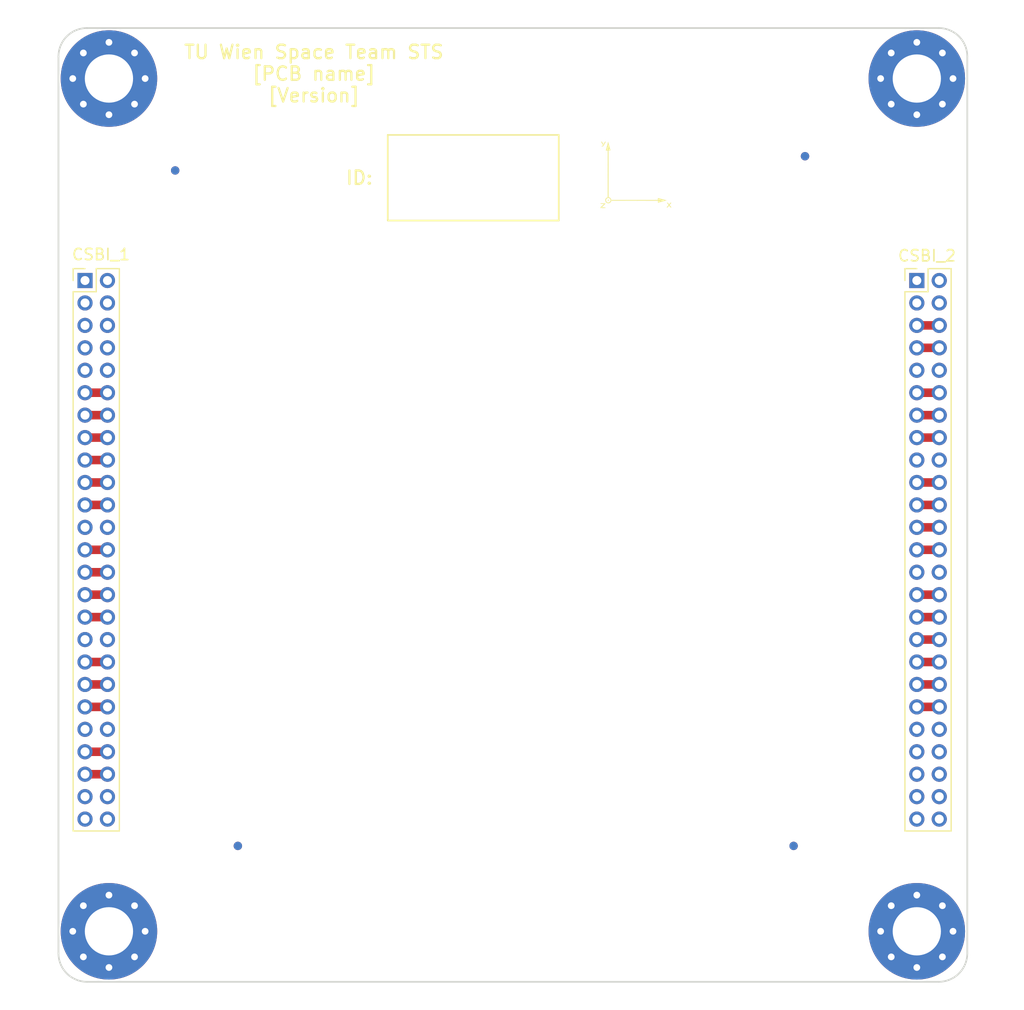
<source format=kicad_pcb>
(kicad_pcb (version 20171130) (host pcbnew "(5.1.12)-1")

  (general
    (thickness 1.6)
    (drawings 14)
    (tracks 30)
    (zones 0)
    (modules 15)
    (nets 33)
  )

  (page A4)
  (layers
    (0 F.Cu signal)
    (1 In1.Cu power)
    (2 In2.Cu mixed)
    (31 B.Cu signal)
    (32 B.Adhes user hide)
    (33 F.Adhes user hide)
    (34 B.Paste user hide)
    (35 F.Paste user hide)
    (36 B.SilkS user)
    (37 F.SilkS user)
    (38 B.Mask user hide)
    (39 F.Mask user hide)
    (40 Dwgs.User user)
    (41 Cmts.User user hide)
    (42 Eco1.User user hide)
    (43 Eco2.User user hide)
    (44 Edge.Cuts user)
    (45 Margin user hide)
    (46 B.CrtYd user)
    (47 F.CrtYd user)
    (48 B.Fab user)
    (49 F.Fab user)
  )

  (setup
    (last_trace_width 0.762)
    (user_trace_width 0.254)
    (user_trace_width 0.508)
    (user_trace_width 0.762)
    (user_trace_width 1.016)
    (user_trace_width 1.27)
    (trace_clearance 0.1524)
    (zone_clearance 0.254)
    (zone_45_only no)
    (trace_min 0.2)
    (via_size 0.6)
    (via_drill 0.3)
    (via_min_size 0.4)
    (via_min_drill 0.3)
    (uvia_size 0.3)
    (uvia_drill 0.1)
    (uvias_allowed no)
    (uvia_min_size 0.2)
    (uvia_min_drill 0.1)
    (edge_width 0.15)
    (segment_width 0.2)
    (pcb_text_width 0.3)
    (pcb_text_size 1.5 1.5)
    (mod_edge_width 0.15)
    (mod_text_size 1 1)
    (mod_text_width 0.15)
    (pad_size 0.6 0.6)
    (pad_drill 0.3)
    (pad_to_mask_clearance 0.19)
    (solder_mask_min_width 0.25)
    (aux_axis_origin 0 0)
    (grid_origin 156.63254 84.3)
    (visible_elements 7FFFDF79)
    (pcbplotparams
      (layerselection 0x21000_00000000)
      (usegerberextensions false)
      (usegerberattributes false)
      (usegerberadvancedattributes false)
      (creategerberjobfile false)
      (excludeedgelayer true)
      (linewidth 0.100000)
      (plotframeref false)
      (viasonmask false)
      (mode 1)
      (useauxorigin false)
      (hpglpennumber 1)
      (hpglpenspeed 20)
      (hpglpendiameter 15.000000)
      (psnegative false)
      (psa4output false)
      (plotreference false)
      (plotvalue false)
      (plotinvisibletext false)
      (padsonsilk false)
      (subtractmaskfromsilk false)
      (outputformat 5)
      (mirror false)
      (drillshape 0)
      (scaleselection 1)
      (outputdirectory "Bestückung/"))
  )

  (net 0 "")
  (net 1 GND)
  (net 2 /STS1_connector/EDU_SPI_6)
  (net 3 /STS1_connector/EDU_SPI_5)
  (net 4 /STS1_connector/EDU_SPI_4)
  (net 5 /STS1_connector/EDU_SPI_3)
  (net 6 /STS1_connector/EDU_SPI_2)
  (net 7 /STS1_connector/EDU_SPI_1)
  (net 8 /STS1_connector/EDU_UPDATE)
  (net 9 /STS1_connector/EDU_EN)
  (net 10 /STS1_connector/UART_COBC_EDU_2)
  (net 11 /STS1_connector/UART_COBC_EDU_1)
  (net 12 /STS1_connector/EDU_Heartbeat)
  (net 13 VBUS)
  (net 14 /STS1_connector/COBC_SPI_6)
  (net 15 /STS1_connector/COBC_SPI_5)
  (net 16 /STS1_connector/COBC_SPI_4)
  (net 17 /STS1_connector/COBC_SPI_3)
  (net 18 /STS1_connector/COBC_SPI_2)
  (net 19 /STS1_connector/COBC_SPI_1)
  (net 20 /STS1_connector/EPS_CHARGING)
  (net 21 /STS1_connector/EPS_ANT_DEPLOYED)
  (net 22 /STS1_connector/EPS_BAT_GOOD)
  (net 23 /STS1_connector/UCI_COBC_3V3)
  (net 24 /STS1_connector/UCI_COBC_UART_2)
  (net 25 /STS1_connector/UCI_COBC_UART_1)
  (net 26 "Net-(CSBI_2-Pad11)")
  (net 27 "Net-(CSBI_1-Pad31)")
  (net 28 "Net-(CSBI_1-Pad29)")
  (net 29 "Net-(CSBI_1-Pad27)")
  (net 30 "Net-(CSBI_1-Pad25)")
  (net 31 /STS1_connector/EDU_BOOT)
  (net 32 "Net-(CSBI_2-Pad13)")

  (net_class Default "Dies ist die voreingestellte Netzklasse."
    (clearance 0.1524)
    (trace_width 0.2032)
    (via_dia 0.6)
    (via_drill 0.3)
    (uvia_dia 0.3)
    (uvia_drill 0.1)
    (add_net /STS1_connector/COBC_SPI_1)
    (add_net /STS1_connector/COBC_SPI_2)
    (add_net /STS1_connector/COBC_SPI_3)
    (add_net /STS1_connector/COBC_SPI_4)
    (add_net /STS1_connector/COBC_SPI_5)
    (add_net /STS1_connector/COBC_SPI_6)
    (add_net /STS1_connector/EDU_BOOT)
    (add_net /STS1_connector/EDU_EN)
    (add_net /STS1_connector/EDU_Heartbeat)
    (add_net /STS1_connector/EDU_SPI_1)
    (add_net /STS1_connector/EDU_SPI_2)
    (add_net /STS1_connector/EDU_SPI_3)
    (add_net /STS1_connector/EDU_SPI_4)
    (add_net /STS1_connector/EDU_SPI_5)
    (add_net /STS1_connector/EDU_SPI_6)
    (add_net /STS1_connector/EDU_UPDATE)
    (add_net /STS1_connector/EPS_ANT_DEPLOYED)
    (add_net /STS1_connector/EPS_BAT_GOOD)
    (add_net /STS1_connector/EPS_CHARGING)
    (add_net /STS1_connector/UART_COBC_EDU_1)
    (add_net /STS1_connector/UART_COBC_EDU_2)
    (add_net /STS1_connector/UCI_COBC_3V3)
    (add_net /STS1_connector/UCI_COBC_UART_1)
    (add_net /STS1_connector/UCI_COBC_UART_2)
    (add_net "Net-(CSBI_1-Pad25)")
    (add_net "Net-(CSBI_1-Pad27)")
    (add_net "Net-(CSBI_1-Pad29)")
    (add_net "Net-(CSBI_1-Pad31)")
    (add_net "Net-(CSBI_2-Pad11)")
    (add_net "Net-(CSBI_2-Pad13)")
    (add_net VBUS)
  )

  (net_class Supply ""
    (clearance 0.1524)
    (trace_width 0.508)
    (via_dia 0.6)
    (via_drill 0.3)
    (uvia_dia 0.3)
    (uvia_drill 0.1)
    (add_net GND)
  )

  (module STS:Coordinates (layer F.Cu) (tedit 0) (tstamp 602F3133)
    (at 167.59854 54.88636)
    (path /602F576D)
    (fp_text reference U1 (at 0 0) (layer F.SilkS) hide
      (effects (font (size 1.524 1.524) (thickness 0.3)))
    )
    (fp_text value coordinate_system (at 0.75 0) (layer F.SilkS) hide
      (effects (font (size 1.524 1.524) (thickness 0.3)))
    )
    (fp_poly (pts (xy -2.440779 2.216573) (xy -2.424324 2.233543) (xy -2.417787 2.255687) (xy -2.423511 2.277985)
      (xy -2.4295 2.285567) (xy -2.453769 2.300773) (xy -2.479928 2.299197) (xy -2.491316 2.293789)
      (xy -2.504039 2.278093) (xy -2.506024 2.256388) (xy -2.498996 2.234132) (xy -2.484676 2.216784)
      (xy -2.464813 2.2098) (xy -2.440779 2.216573)) (layer F.SilkS) (width 0.01))
    (fp_poly (pts (xy -2.698878 -2.953581) (xy -2.685814 -2.950337) (xy -2.684369 -2.948516) (xy -2.68856 -2.939742)
      (xy -2.700126 -2.918363) (xy -2.717927 -2.886414) (xy -2.740821 -2.845926) (xy -2.767669 -2.798932)
      (xy -2.792319 -2.756129) (xy -2.829244 -2.692641) (xy -2.859399 -2.642386) (xy -2.884286 -2.603821)
      (xy -2.905408 -2.575403) (xy -2.924269 -2.55559) (xy -2.94237 -2.54284) (xy -2.961216 -2.53561)
      (xy -2.982308 -2.532358) (xy -3.00715 -2.531541) (xy -3.011152 -2.531533) (xy -3.040318 -2.531925)
      (xy -3.056422 -2.534116) (xy -3.063331 -2.539628) (xy -3.064915 -2.549984) (xy -3.064933 -2.5527)
      (xy -3.063125 -2.566256) (xy -3.054546 -2.572338) (xy -3.034466 -2.573853) (xy -3.03051 -2.573866)
      (xy -2.996125 -2.577186) (xy -2.971796 -2.589387) (xy -2.951569 -2.613831) (xy -2.947261 -2.620876)
      (xy -2.929257 -2.651389) (xy -2.977151 -2.733278) (xy -3.002338 -2.776322) (xy -3.029853 -2.82332)
      (xy -3.05535 -2.866843) (xy -3.066003 -2.885016) (xy -3.10696 -2.954866) (xy -3.066896 -2.954829)
      (xy -3.026833 -2.954792) (xy -2.960246 -2.835855) (xy -2.937718 -2.795998) (xy -2.91817 -2.76214)
      (xy -2.903025 -2.736687) (xy -2.893706 -2.722044) (xy -2.891432 -2.719476) (xy -2.886739 -2.727353)
      (xy -2.87523 -2.747439) (xy -2.858363 -2.777171) (xy -2.837594 -2.813983) (xy -2.823839 -2.83845)
      (xy -2.758473 -2.954866) (xy -2.721203 -2.954866) (xy -2.698878 -2.953581)) (layer F.SilkS) (width 0.01))
    (fp_poly (pts (xy -2.474731 -2.94322) (xy -2.471773 -2.934502) (xy -2.464836 -2.911069) (xy -2.454379 -2.874548)
      (xy -2.440856 -2.826566) (xy -2.424726 -2.768751) (xy -2.406442 -2.70273) (xy -2.386463 -2.63013)
      (xy -2.367197 -2.559733) (xy -2.263583 -2.180166) (xy -2.350992 -2.177763) (xy -2.4384 -2.17536)
      (xy -2.4384 1.987782) (xy -2.407044 1.993665) (xy -2.3504 2.012457) (xy -2.298215 2.045116)
      (xy -2.253491 2.088642) (xy -2.21923 2.14003) (xy -2.198432 2.196279) (xy -2.196851 2.203918)
      (xy -2.190982 2.2352) (xy 1.9558 2.2352) (xy 1.9558 2.150534) (xy 1.956391 2.114956)
      (xy 1.957983 2.086688) (xy 1.960308 2.06933) (xy 1.96215 2.065594) (xy 1.973317 2.067533)
      (xy 1.9984 2.073311) (xy 2.035461 2.082413) (xy 2.082562 2.094322) (xy 2.137766 2.108523)
      (xy 2.199136 2.124498) (xy 2.264734 2.141732) (xy 2.332621 2.159709) (xy 2.400862 2.177912)
      (xy 2.467517 2.195826) (xy 2.53065 2.212933) (xy 2.588323 2.228719) (xy 2.638598 2.242666)
      (xy 2.679538 2.254259) (xy 2.709206 2.262981) (xy 2.725662 2.268316) (xy 2.728364 2.269718)
      (xy 2.719123 2.273041) (xy 2.695196 2.280283) (xy 2.658252 2.290975) (xy 2.60996 2.304647)
      (xy 2.551989 2.32083) (xy 2.486008 2.339054) (xy 2.413686 2.358849) (xy 2.353734 2.375136)
      (xy 2.277455 2.39581) (xy 2.206065 2.415199) (xy 2.141254 2.43284) (xy 2.084713 2.448271)
      (xy 2.038134 2.46103) (xy 2.003208 2.470655) (xy 1.981626 2.476683) (xy 1.975155 2.478587)
      (xy 1.970083 2.475368) (xy 1.966422 2.46028) (xy 1.963905 2.431556) (xy 1.962455 2.394739)
      (xy 1.960034 2.307167) (xy -0.115276 2.305033) (xy -2.190585 2.3029) (xy -2.209606 2.355067)
      (xy -2.237521 2.408769) (xy -2.278514 2.456802) (xy -2.328801 2.495061) (xy -2.348293 2.505574)
      (xy -2.386978 2.518817) (xy -2.433912 2.527021) (xy -2.481618 2.529412) (xy -2.522624 2.525218)
      (xy -2.5273 2.524089) (xy -2.588244 2.499466) (xy -2.642423 2.460535) (xy -2.687285 2.409384)
      (xy -2.707098 2.376734) (xy -2.719053 2.351462) (xy -2.72608 2.328075) (xy -2.729416 2.300385)
      (xy -2.729969 2.276381) (xy -2.66446 2.276381) (xy -2.653955 2.326722) (xy -2.630478 2.372963)
      (xy -2.594756 2.41261) (xy -2.547518 2.443169) (xy -2.514655 2.455889) (xy -2.472522 2.462631)
      (xy -2.424515 2.457955) (xy -2.406637 2.453914) (xy -2.369111 2.437633) (xy -2.331704 2.409943)
      (xy -2.29904 2.375343) (xy -2.275744 2.338332) (xy -2.268947 2.319933) (xy -2.261221 2.261749)
      (xy -2.268389 2.206777) (xy -2.288914 2.157261) (xy -2.321259 2.115444) (xy -2.363885 2.083569)
      (xy -2.415256 2.063879) (xy -2.447814 2.058971) (xy -2.502701 2.06088) (xy -2.549601 2.076235)
      (xy -2.591973 2.10645) (xy -2.610878 2.125711) (xy -2.643649 2.173381) (xy -2.661268 2.224436)
      (xy -2.66446 2.276381) (xy -2.729969 2.276381) (xy -2.730297 2.262207) (xy -2.730298 2.2606)
      (xy -2.729059 2.217687) (xy -2.724626 2.185507) (xy -2.716005 2.158002) (xy -2.711901 2.148548)
      (xy -2.684429 2.103833) (xy -2.646376 2.062089) (xy -2.602742 2.028069) (xy -2.56487 2.008728)
      (xy -2.518833 1.991554) (xy -2.5167 -0.08766) (xy -2.514566 -2.166874) (xy -2.681412 -2.1717)
      (xy -2.594273 -2.506133) (xy -2.569204 -2.602337) (xy -2.548057 -2.68343) (xy -2.530483 -2.750688)
      (xy -2.516132 -2.805388) (xy -2.504657 -2.848803) (xy -2.495709 -2.882211) (xy -2.488937 -2.906886)
      (xy -2.483994 -2.924105) (xy -2.480531 -2.935142) (xy -2.478198 -2.941274) (xy -2.476648 -2.943775)
      (xy -2.47553 -2.943923) (xy -2.474731 -2.94322)) (layer F.SilkS) (width 0.01))
    (fp_poly (pts (xy 2.89959 2.5527) (xy 2.922649 2.581937) (xy 2.941635 2.60546) (xy 2.954312 2.620532)
      (xy 2.958418 2.624667) (xy 2.964265 2.618349) (xy 2.978032 2.601259) (xy 2.997503 2.576191)
      (xy 3.015108 2.553059) (xy 3.069167 2.481451) (xy 3.114172 2.481092) (xy 3.159177 2.480734)
      (xy 3.092138 2.567517) (xy 3.059328 2.609457) (xy 3.035632 2.640509) (xy 3.020837 2.663918)
      (xy 3.014726 2.682927) (xy 3.017087 2.70078) (xy 3.027705 2.720721) (xy 3.046365 2.745995)
      (xy 3.072853 2.779846) (xy 3.077692 2.786128) (xy 3.104875 2.821561) (xy 3.128801 2.852709)
      (xy 3.147373 2.876843) (xy 3.15849 2.891234) (xy 3.160248 2.893484) (xy 3.161463 2.899708)
      (xy 3.150919 2.902924) (xy 3.126178 2.903811) (xy 3.12312 2.9038) (xy 3.077634 2.903532)
      (xy 3.018656 2.82327) (xy 2.995178 2.792123) (xy 2.97511 2.767001) (xy 2.960612 2.750506)
      (xy 2.953896 2.74522) (xy 2.946734 2.75243) (xy 2.931591 2.770375) (xy 2.910724 2.796307)
      (xy 2.887723 2.82575) (xy 2.827333 2.904067) (xy 2.742047 2.904067) (xy 2.758784 2.880784)
      (xy 2.770271 2.865262) (xy 2.789509 2.839753) (xy 2.813905 2.807677) (xy 2.840865 2.772456)
      (xy 2.843387 2.769173) (xy 2.911253 2.680847) (xy 2.842683 2.591373) (xy 2.816562 2.557282)
      (xy 2.79375 2.527494) (xy 2.776444 2.50488) (xy 2.76684 2.492308) (xy 2.766086 2.491317)
      (xy 2.765095 2.484909) (xy 2.776195 2.481628) (xy 2.800727 2.480734) (xy 2.843395 2.480734)
      (xy 2.89959 2.5527)) (layer F.SilkS) (width 0.01))
    (fp_poly (pts (xy -2.734733 2.564178) (xy -2.735214 2.574614) (xy -2.737604 2.584552) (xy -2.743324 2.595612)
      (xy -2.753796 2.60941) (xy -2.770442 2.627565) (xy -2.794683 2.651693) (xy -2.82794 2.683412)
      (xy -2.871635 2.724341) (xy -2.892828 2.744095) (xy -3.050923 2.891367) (xy -2.892828 2.89367)
      (xy -2.734733 2.895974) (xy -2.734733 2.954867) (xy -3.158066 2.954867) (xy -3.158066 2.922222)
      (xy -3.157586 2.911787) (xy -3.155196 2.901849) (xy -3.149476 2.89079) (xy -3.139005 2.876993)
      (xy -3.12236 2.858841) (xy -3.09812 2.834715) (xy -3.064863 2.802998) (xy -3.021169 2.762073)
      (xy -2.99996 2.742306) (xy -2.841853 2.595034) (xy -2.99361 2.5908) (xy -3.145366 2.586567)
      (xy -3.14802 2.55905) (xy -3.150673 2.531534) (xy -2.734733 2.531534) (xy -2.734733 2.564178)) (layer F.SilkS) (width 0.01))
  )

  (module Fiducial:Fiducial_0.75mm_Mask1.5mm (layer B.Cu) (tedit 5C18CB26) (tstamp 6179D1BA)
    (at 181.652 114.69)
    (descr "Circular Fiducial, 0.75mm bare copper, 1.5mm soldermask opening (Level B)")
    (tags fiducial)
    (path /618302DE)
    (attr smd)
    (fp_text reference FID8 (at 0 2) (layer B.Fab) hide
      (effects (font (size 1 1) (thickness 0.15)) (justify mirror))
    )
    (fp_text value Fiducial (at 0 -2) (layer B.Fab)
      (effects (font (size 1 1) (thickness 0.15)) (justify mirror))
    )
    (fp_circle (center 0 0) (end 1 0) (layer B.CrtYd) (width 0.05))
    (fp_circle (center 0 0) (end 0.75 0) (layer B.Fab) (width 0.1))
    (fp_text user %R (at 0 0) (layer B.Fab)
      (effects (font (size 0.3 0.3) (thickness 0.05)) (justify mirror))
    )
    (pad "" smd circle (at 0 0) (size 0.75 0.75) (layers B.Cu B.Mask)
      (solder_mask_margin 0.375) (clearance 0.375))
  )

  (module Fiducial:Fiducial_0.75mm_Mask1.5mm (layer B.Cu) (tedit 5C18CB26) (tstamp 6179D1B2)
    (at 126.534 54.492)
    (descr "Circular Fiducial, 0.75mm bare copper, 1.5mm soldermask opening (Level B)")
    (tags fiducial)
    (path /618302D8)
    (attr smd)
    (fp_text reference FID7 (at 0 2) (layer B.Fab) hide
      (effects (font (size 1 1) (thickness 0.15)) (justify mirror))
    )
    (fp_text value Fiducial (at 0 -2) (layer B.Fab)
      (effects (font (size 1 1) (thickness 0.15)) (justify mirror))
    )
    (fp_circle (center 0 0) (end 1 0) (layer B.CrtYd) (width 0.05))
    (fp_circle (center 0 0) (end 0.75 0) (layer B.Fab) (width 0.1))
    (fp_text user %R (at 0 0) (layer B.Fab)
      (effects (font (size 0.3 0.3) (thickness 0.05)) (justify mirror))
    )
    (pad "" smd circle (at 0 0) (size 0.75 0.75) (layers B.Cu B.Mask)
      (solder_mask_margin 0.375) (clearance 0.375))
  )

  (module Fiducial:Fiducial_0.75mm_Mask1.5mm (layer B.Cu) (tedit 5C18CB26) (tstamp 6179D409)
    (at 182.668 53.222)
    (descr "Circular Fiducial, 0.75mm bare copper, 1.5mm soldermask opening (Level B)")
    (tags fiducial)
    (path /618302D2)
    (attr smd)
    (fp_text reference FID6 (at 0 2) (layer B.Fab) hide
      (effects (font (size 1 1) (thickness 0.15)) (justify mirror))
    )
    (fp_text value Fiducial (at 0 -2) (layer B.Fab)
      (effects (font (size 1 1) (thickness 0.15)) (justify mirror))
    )
    (fp_circle (center 0 0) (end 1 0) (layer B.CrtYd) (width 0.05))
    (fp_circle (center 0 0) (end 0.75 0) (layer B.Fab) (width 0.1))
    (fp_text user %R (at 0 0) (layer B.Fab)
      (effects (font (size 0.3 0.3) (thickness 0.05)) (justify mirror))
    )
    (pad "" smd circle (at 0 0) (size 0.75 0.75) (layers B.Cu B.Mask)
      (solder_mask_margin 0.375) (clearance 0.375))
  )

  (module Fiducial:Fiducial_0.75mm_Mask1.5mm (layer B.Cu) (tedit 5C18CB26) (tstamp 6179D1A2)
    (at 132.122 114.69)
    (descr "Circular Fiducial, 0.75mm bare copper, 1.5mm soldermask opening (Level B)")
    (tags fiducial)
    (path /618302CC)
    (attr smd)
    (fp_text reference FID5 (at 0 2) (layer B.Fab) hide
      (effects (font (size 1 1) (thickness 0.15)) (justify mirror))
    )
    (fp_text value Fiducial (at 0 -2) (layer B.Fab)
      (effects (font (size 1 1) (thickness 0.15)) (justify mirror))
    )
    (fp_circle (center 0 0) (end 1 0) (layer B.CrtYd) (width 0.05))
    (fp_circle (center 0 0) (end 0.75 0) (layer B.Fab) (width 0.1))
    (fp_text user %R (at 0 0) (layer B.Fab)
      (effects (font (size 0.3 0.3) (thickness 0.05)) (justify mirror))
    )
    (pad "" smd circle (at 0 0) (size 0.75 0.75) (layers B.Cu B.Mask)
      (solder_mask_margin 0.375) (clearance 0.375))
  )

  (module Connector_PinHeader_2.00mm:PinHeader_2x25_P2.00mm_Vertical locked (layer F.Cu) (tedit 59FED667) (tstamp 6179AF83)
    (at 192.63254 64.3)
    (descr "Through hole straight pin header, 2x25, 2.00mm pitch, double rows")
    (tags "Through hole pin header THT 2x25 2.00mm double row")
    (path /59C45183/617AB6CD)
    (fp_text reference CSBI_2 (at 0.906 -2.206) (layer F.SilkS)
      (effects (font (size 1 1) (thickness 0.15)))
    )
    (fp_text value Conn_02x25_Odd_Even (at 1 50.06) (layer F.Fab)
      (effects (font (size 1 1) (thickness 0.15)))
    )
    (fp_line (start 3.5 -1.5) (end -1.5 -1.5) (layer F.CrtYd) (width 0.05))
    (fp_line (start 3.5 49.5) (end 3.5 -1.5) (layer F.CrtYd) (width 0.05))
    (fp_line (start -1.5 49.5) (end 3.5 49.5) (layer F.CrtYd) (width 0.05))
    (fp_line (start -1.5 -1.5) (end -1.5 49.5) (layer F.CrtYd) (width 0.05))
    (fp_line (start -1.06 -1.06) (end 0 -1.06) (layer F.SilkS) (width 0.12))
    (fp_line (start -1.06 0) (end -1.06 -1.06) (layer F.SilkS) (width 0.12))
    (fp_line (start 1 -1.06) (end 3.06 -1.06) (layer F.SilkS) (width 0.12))
    (fp_line (start 1 1) (end 1 -1.06) (layer F.SilkS) (width 0.12))
    (fp_line (start -1.06 1) (end 1 1) (layer F.SilkS) (width 0.12))
    (fp_line (start 3.06 -1.06) (end 3.06 49.06) (layer F.SilkS) (width 0.12))
    (fp_line (start -1.06 1) (end -1.06 49.06) (layer F.SilkS) (width 0.12))
    (fp_line (start -1.06 49.06) (end 3.06 49.06) (layer F.SilkS) (width 0.12))
    (fp_line (start -1 0) (end 0 -1) (layer F.Fab) (width 0.1))
    (fp_line (start -1 49) (end -1 0) (layer F.Fab) (width 0.1))
    (fp_line (start 3 49) (end -1 49) (layer F.Fab) (width 0.1))
    (fp_line (start 3 -1) (end 3 49) (layer F.Fab) (width 0.1))
    (fp_line (start 0 -1) (end 3 -1) (layer F.Fab) (width 0.1))
    (fp_text user %R (at 1 24 90) (layer F.Fab)
      (effects (font (size 1 1) (thickness 0.15)))
    )
    (pad 50 thru_hole oval (at 2 48) (size 1.35 1.35) (drill 0.8) (layers *.Cu *.Mask)
      (net 1 GND))
    (pad 49 thru_hole oval (at 0 48) (size 1.35 1.35) (drill 0.8) (layers *.Cu *.Mask)
      (net 1 GND))
    (pad 48 thru_hole oval (at 2 46) (size 1.35 1.35) (drill 0.8) (layers *.Cu *.Mask)
      (net 1 GND))
    (pad 47 thru_hole oval (at 0 46) (size 1.35 1.35) (drill 0.8) (layers *.Cu *.Mask)
      (net 1 GND))
    (pad 46 thru_hole oval (at 2 44) (size 1.35 1.35) (drill 0.8) (layers *.Cu *.Mask)
      (net 13 VBUS))
    (pad 45 thru_hole oval (at 0 44) (size 1.35 1.35) (drill 0.8) (layers *.Cu *.Mask)
      (net 13 VBUS))
    (pad 44 thru_hole oval (at 2 42) (size 1.35 1.35) (drill 0.8) (layers *.Cu *.Mask)
      (net 13 VBUS))
    (pad 43 thru_hole oval (at 0 42) (size 1.35 1.35) (drill 0.8) (layers *.Cu *.Mask)
      (net 13 VBUS))
    (pad 42 thru_hole oval (at 2 40) (size 1.35 1.35) (drill 0.8) (layers *.Cu *.Mask)
      (net 1 GND))
    (pad 41 thru_hole oval (at 0 40) (size 1.35 1.35) (drill 0.8) (layers *.Cu *.Mask)
      (net 1 GND))
    (pad 40 thru_hole oval (at 2 38) (size 1.35 1.35) (drill 0.8) (layers *.Cu *.Mask)
      (net 14 /STS1_connector/COBC_SPI_6))
    (pad 39 thru_hole oval (at 0 38) (size 1.35 1.35) (drill 0.8) (layers *.Cu *.Mask)
      (net 14 /STS1_connector/COBC_SPI_6))
    (pad 38 thru_hole oval (at 2 36) (size 1.35 1.35) (drill 0.8) (layers *.Cu *.Mask)
      (net 15 /STS1_connector/COBC_SPI_5))
    (pad 37 thru_hole oval (at 0 36) (size 1.35 1.35) (drill 0.8) (layers *.Cu *.Mask)
      (net 15 /STS1_connector/COBC_SPI_5))
    (pad 36 thru_hole oval (at 2 34) (size 1.35 1.35) (drill 0.8) (layers *.Cu *.Mask)
      (net 16 /STS1_connector/COBC_SPI_4))
    (pad 35 thru_hole oval (at 0 34) (size 1.35 1.35) (drill 0.8) (layers *.Cu *.Mask)
      (net 16 /STS1_connector/COBC_SPI_4))
    (pad 34 thru_hole oval (at 2 32) (size 1.35 1.35) (drill 0.8) (layers *.Cu *.Mask)
      (net 17 /STS1_connector/COBC_SPI_3))
    (pad 33 thru_hole oval (at 0 32) (size 1.35 1.35) (drill 0.8) (layers *.Cu *.Mask)
      (net 17 /STS1_connector/COBC_SPI_3))
    (pad 32 thru_hole oval (at 2 30) (size 1.35 1.35) (drill 0.8) (layers *.Cu *.Mask)
      (net 18 /STS1_connector/COBC_SPI_2))
    (pad 31 thru_hole oval (at 0 30) (size 1.35 1.35) (drill 0.8) (layers *.Cu *.Mask)
      (net 18 /STS1_connector/COBC_SPI_2))
    (pad 30 thru_hole oval (at 2 28) (size 1.35 1.35) (drill 0.8) (layers *.Cu *.Mask)
      (net 19 /STS1_connector/COBC_SPI_1))
    (pad 29 thru_hole oval (at 0 28) (size 1.35 1.35) (drill 0.8) (layers *.Cu *.Mask)
      (net 19 /STS1_connector/COBC_SPI_1))
    (pad 28 thru_hole oval (at 2 26) (size 1.35 1.35) (drill 0.8) (layers *.Cu *.Mask)
      (net 1 GND))
    (pad 27 thru_hole oval (at 0 26) (size 1.35 1.35) (drill 0.8) (layers *.Cu *.Mask)
      (net 1 GND))
    (pad 26 thru_hole oval (at 2 24) (size 1.35 1.35) (drill 0.8) (layers *.Cu *.Mask)
      (net 20 /STS1_connector/EPS_CHARGING))
    (pad 25 thru_hole oval (at 0 24) (size 1.35 1.35) (drill 0.8) (layers *.Cu *.Mask)
      (net 20 /STS1_connector/EPS_CHARGING))
    (pad 24 thru_hole oval (at 2 22) (size 1.35 1.35) (drill 0.8) (layers *.Cu *.Mask)
      (net 21 /STS1_connector/EPS_ANT_DEPLOYED))
    (pad 23 thru_hole oval (at 0 22) (size 1.35 1.35) (drill 0.8) (layers *.Cu *.Mask)
      (net 21 /STS1_connector/EPS_ANT_DEPLOYED))
    (pad 22 thru_hole oval (at 2 20) (size 1.35 1.35) (drill 0.8) (layers *.Cu *.Mask)
      (net 22 /STS1_connector/EPS_BAT_GOOD))
    (pad 21 thru_hole oval (at 0 20) (size 1.35 1.35) (drill 0.8) (layers *.Cu *.Mask)
      (net 22 /STS1_connector/EPS_BAT_GOOD))
    (pad 20 thru_hole oval (at 2 18) (size 1.35 1.35) (drill 0.8) (layers *.Cu *.Mask)
      (net 23 /STS1_connector/UCI_COBC_3V3))
    (pad 19 thru_hole oval (at 0 18) (size 1.35 1.35) (drill 0.8) (layers *.Cu *.Mask)
      (net 23 /STS1_connector/UCI_COBC_3V3))
    (pad 18 thru_hole oval (at 2 16) (size 1.35 1.35) (drill 0.8) (layers *.Cu *.Mask)
      (net 1 GND))
    (pad 17 thru_hole oval (at 0 16) (size 1.35 1.35) (drill 0.8) (layers *.Cu *.Mask)
      (net 1 GND))
    (pad 16 thru_hole oval (at 2 14) (size 1.35 1.35) (drill 0.8) (layers *.Cu *.Mask)
      (net 31 /STS1_connector/EDU_BOOT))
    (pad 15 thru_hole oval (at 0 14) (size 1.35 1.35) (drill 0.8) (layers *.Cu *.Mask)
      (net 31 /STS1_connector/EDU_BOOT))
    (pad 14 thru_hole oval (at 2 12) (size 1.35 1.35) (drill 0.8) (layers *.Cu *.Mask)
      (net 32 "Net-(CSBI_2-Pad13)"))
    (pad 13 thru_hole oval (at 0 12) (size 1.35 1.35) (drill 0.8) (layers *.Cu *.Mask)
      (net 32 "Net-(CSBI_2-Pad13)"))
    (pad 12 thru_hole oval (at 2 10) (size 1.35 1.35) (drill 0.8) (layers *.Cu *.Mask)
      (net 26 "Net-(CSBI_2-Pad11)"))
    (pad 11 thru_hole oval (at 0 10) (size 1.35 1.35) (drill 0.8) (layers *.Cu *.Mask)
      (net 26 "Net-(CSBI_2-Pad11)"))
    (pad 10 thru_hole oval (at 2 8) (size 1.35 1.35) (drill 0.8) (layers *.Cu *.Mask)
      (net 1 GND))
    (pad 9 thru_hole oval (at 0 8) (size 1.35 1.35) (drill 0.8) (layers *.Cu *.Mask)
      (net 1 GND))
    (pad 8 thru_hole oval (at 2 6) (size 1.35 1.35) (drill 0.8) (layers *.Cu *.Mask)
      (net 24 /STS1_connector/UCI_COBC_UART_2))
    (pad 7 thru_hole oval (at 0 6) (size 1.35 1.35) (drill 0.8) (layers *.Cu *.Mask)
      (net 24 /STS1_connector/UCI_COBC_UART_2))
    (pad 6 thru_hole oval (at 2 4) (size 1.35 1.35) (drill 0.8) (layers *.Cu *.Mask)
      (net 25 /STS1_connector/UCI_COBC_UART_1))
    (pad 5 thru_hole oval (at 0 4) (size 1.35 1.35) (drill 0.8) (layers *.Cu *.Mask)
      (net 25 /STS1_connector/UCI_COBC_UART_1))
    (pad 4 thru_hole oval (at 2 2) (size 1.35 1.35) (drill 0.8) (layers *.Cu *.Mask)
      (net 1 GND))
    (pad 3 thru_hole oval (at 0 2) (size 1.35 1.35) (drill 0.8) (layers *.Cu *.Mask)
      (net 1 GND))
    (pad 2 thru_hole oval (at 2 0) (size 1.35 1.35) (drill 0.8) (layers *.Cu *.Mask)
      (net 1 GND))
    (pad 1 thru_hole rect (at 0 0) (size 1.35 1.35) (drill 0.8) (layers *.Cu *.Mask)
      (net 1 GND))
    (model ${KISYS3DMOD}/Connector_PinHeader_2.00mm.3dshapes/PinHeader_2x25_P2.00mm_Vertical.wrl
      (at (xyz 0 0 0))
      (scale (xyz 1 1 1))
      (rotate (xyz 0 0 0))
    )
  )

  (module Connector_PinHeader_2.00mm:PinHeader_2x25_P2.00mm_Vertical locked (layer F.Cu) (tedit 59FED667) (tstamp 6294F0D9)
    (at 118.5 64.3)
    (descr "Through hole straight pin header, 2x25, 2.00mm pitch, double rows")
    (tags "Through hole pin header THT 2x25 2.00mm double row")
    (path /59C45183/6179B797)
    (fp_text reference CSBI_1 (at 1.42 -2.318) (layer F.SilkS)
      (effects (font (size 1 1) (thickness 0.15)))
    )
    (fp_text value Conn_02x25_Odd_Even (at 1 50.06) (layer F.Fab)
      (effects (font (size 1 1) (thickness 0.15)))
    )
    (fp_line (start 3.5 -1.5) (end -1.5 -1.5) (layer F.CrtYd) (width 0.05))
    (fp_line (start 3.5 49.5) (end 3.5 -1.5) (layer F.CrtYd) (width 0.05))
    (fp_line (start -1.5 49.5) (end 3.5 49.5) (layer F.CrtYd) (width 0.05))
    (fp_line (start -1.5 -1.5) (end -1.5 49.5) (layer F.CrtYd) (width 0.05))
    (fp_line (start -1.06 -1.06) (end 0 -1.06) (layer F.SilkS) (width 0.12))
    (fp_line (start -1.06 0) (end -1.06 -1.06) (layer F.SilkS) (width 0.12))
    (fp_line (start 1 -1.06) (end 3.06 -1.06) (layer F.SilkS) (width 0.12))
    (fp_line (start 1 1) (end 1 -1.06) (layer F.SilkS) (width 0.12))
    (fp_line (start -1.06 1) (end 1 1) (layer F.SilkS) (width 0.12))
    (fp_line (start 3.06 -1.06) (end 3.06 49.06) (layer F.SilkS) (width 0.12))
    (fp_line (start -1.06 1) (end -1.06 49.06) (layer F.SilkS) (width 0.12))
    (fp_line (start -1.06 49.06) (end 3.06 49.06) (layer F.SilkS) (width 0.12))
    (fp_line (start -1 0) (end 0 -1) (layer F.Fab) (width 0.1))
    (fp_line (start -1 49) (end -1 0) (layer F.Fab) (width 0.1))
    (fp_line (start 3 49) (end -1 49) (layer F.Fab) (width 0.1))
    (fp_line (start 3 -1) (end 3 49) (layer F.Fab) (width 0.1))
    (fp_line (start 0 -1) (end 3 -1) (layer F.Fab) (width 0.1))
    (fp_text user %R (at 1 24 90) (layer F.Fab)
      (effects (font (size 1 1) (thickness 0.15)))
    )
    (pad 50 thru_hole oval (at 2 48) (size 1.35 1.35) (drill 0.8) (layers *.Cu *.Mask)
      (net 1 GND))
    (pad 49 thru_hole oval (at 0 48) (size 1.35 1.35) (drill 0.8) (layers *.Cu *.Mask)
      (net 1 GND))
    (pad 48 thru_hole oval (at 2 46) (size 1.35 1.35) (drill 0.8) (layers *.Cu *.Mask)
      (net 1 GND))
    (pad 47 thru_hole oval (at 0 46) (size 1.35 1.35) (drill 0.8) (layers *.Cu *.Mask)
      (net 1 GND))
    (pad 46 thru_hole oval (at 2 44) (size 1.35 1.35) (drill 0.8) (layers *.Cu *.Mask)
      (net 11 /STS1_connector/UART_COBC_EDU_1))
    (pad 45 thru_hole oval (at 0 44) (size 1.35 1.35) (drill 0.8) (layers *.Cu *.Mask)
      (net 11 /STS1_connector/UART_COBC_EDU_1))
    (pad 44 thru_hole oval (at 2 42) (size 1.35 1.35) (drill 0.8) (layers *.Cu *.Mask)
      (net 10 /STS1_connector/UART_COBC_EDU_2))
    (pad 43 thru_hole oval (at 0 42) (size 1.35 1.35) (drill 0.8) (layers *.Cu *.Mask)
      (net 10 /STS1_connector/UART_COBC_EDU_2))
    (pad 42 thru_hole oval (at 2 40) (size 1.35 1.35) (drill 0.8) (layers *.Cu *.Mask)
      (net 1 GND))
    (pad 41 thru_hole oval (at 0 40) (size 1.35 1.35) (drill 0.8) (layers *.Cu *.Mask)
      (net 1 GND))
    (pad 40 thru_hole oval (at 2 38) (size 1.35 1.35) (drill 0.8) (layers *.Cu *.Mask)
      (net 9 /STS1_connector/EDU_EN))
    (pad 39 thru_hole oval (at 0 38) (size 1.35 1.35) (drill 0.8) (layers *.Cu *.Mask)
      (net 9 /STS1_connector/EDU_EN))
    (pad 38 thru_hole oval (at 2 36) (size 1.35 1.35) (drill 0.8) (layers *.Cu *.Mask)
      (net 8 /STS1_connector/EDU_UPDATE))
    (pad 37 thru_hole oval (at 0 36) (size 1.35 1.35) (drill 0.8) (layers *.Cu *.Mask)
      (net 8 /STS1_connector/EDU_UPDATE))
    (pad 36 thru_hole oval (at 2 34) (size 1.35 1.35) (drill 0.8) (layers *.Cu *.Mask)
      (net 12 /STS1_connector/EDU_Heartbeat))
    (pad 35 thru_hole oval (at 0 34) (size 1.35 1.35) (drill 0.8) (layers *.Cu *.Mask)
      (net 12 /STS1_connector/EDU_Heartbeat))
    (pad 34 thru_hole oval (at 2 32) (size 1.35 1.35) (drill 0.8) (layers *.Cu *.Mask)
      (net 1 GND))
    (pad 33 thru_hole oval (at 0 32) (size 1.35 1.35) (drill 0.8) (layers *.Cu *.Mask)
      (net 1 GND))
    (pad 32 thru_hole oval (at 2 30) (size 1.35 1.35) (drill 0.8) (layers *.Cu *.Mask)
      (net 27 "Net-(CSBI_1-Pad31)"))
    (pad 31 thru_hole oval (at 0 30) (size 1.35 1.35) (drill 0.8) (layers *.Cu *.Mask)
      (net 27 "Net-(CSBI_1-Pad31)"))
    (pad 30 thru_hole oval (at 2 28) (size 1.35 1.35) (drill 0.8) (layers *.Cu *.Mask)
      (net 28 "Net-(CSBI_1-Pad29)"))
    (pad 29 thru_hole oval (at 0 28) (size 1.35 1.35) (drill 0.8) (layers *.Cu *.Mask)
      (net 28 "Net-(CSBI_1-Pad29)"))
    (pad 28 thru_hole oval (at 2 26) (size 1.35 1.35) (drill 0.8) (layers *.Cu *.Mask)
      (net 29 "Net-(CSBI_1-Pad27)"))
    (pad 27 thru_hole oval (at 0 26) (size 1.35 1.35) (drill 0.8) (layers *.Cu *.Mask)
      (net 29 "Net-(CSBI_1-Pad27)"))
    (pad 26 thru_hole oval (at 2 24) (size 1.35 1.35) (drill 0.8) (layers *.Cu *.Mask)
      (net 30 "Net-(CSBI_1-Pad25)"))
    (pad 25 thru_hole oval (at 0 24) (size 1.35 1.35) (drill 0.8) (layers *.Cu *.Mask)
      (net 30 "Net-(CSBI_1-Pad25)"))
    (pad 24 thru_hole oval (at 2 22) (size 1.35 1.35) (drill 0.8) (layers *.Cu *.Mask)
      (net 1 GND))
    (pad 23 thru_hole oval (at 0 22) (size 1.35 1.35) (drill 0.8) (layers *.Cu *.Mask)
      (net 1 GND))
    (pad 22 thru_hole oval (at 2 20) (size 1.35 1.35) (drill 0.8) (layers *.Cu *.Mask)
      (net 7 /STS1_connector/EDU_SPI_1))
    (pad 21 thru_hole oval (at 0 20) (size 1.35 1.35) (drill 0.8) (layers *.Cu *.Mask)
      (net 7 /STS1_connector/EDU_SPI_1))
    (pad 20 thru_hole oval (at 2 18) (size 1.35 1.35) (drill 0.8) (layers *.Cu *.Mask)
      (net 6 /STS1_connector/EDU_SPI_2))
    (pad 19 thru_hole oval (at 0 18) (size 1.35 1.35) (drill 0.8) (layers *.Cu *.Mask)
      (net 6 /STS1_connector/EDU_SPI_2))
    (pad 18 thru_hole oval (at 2 16) (size 1.35 1.35) (drill 0.8) (layers *.Cu *.Mask)
      (net 5 /STS1_connector/EDU_SPI_3))
    (pad 17 thru_hole oval (at 0 16) (size 1.35 1.35) (drill 0.8) (layers *.Cu *.Mask)
      (net 5 /STS1_connector/EDU_SPI_3))
    (pad 16 thru_hole oval (at 2 14) (size 1.35 1.35) (drill 0.8) (layers *.Cu *.Mask)
      (net 4 /STS1_connector/EDU_SPI_4))
    (pad 15 thru_hole oval (at 0 14) (size 1.35 1.35) (drill 0.8) (layers *.Cu *.Mask)
      (net 4 /STS1_connector/EDU_SPI_4))
    (pad 14 thru_hole oval (at 2 12) (size 1.35 1.35) (drill 0.8) (layers *.Cu *.Mask)
      (net 3 /STS1_connector/EDU_SPI_5))
    (pad 13 thru_hole oval (at 0 12) (size 1.35 1.35) (drill 0.8) (layers *.Cu *.Mask)
      (net 3 /STS1_connector/EDU_SPI_5))
    (pad 12 thru_hole oval (at 2 10) (size 1.35 1.35) (drill 0.8) (layers *.Cu *.Mask)
      (net 2 /STS1_connector/EDU_SPI_6))
    (pad 11 thru_hole oval (at 0 10) (size 1.35 1.35) (drill 0.8) (layers *.Cu *.Mask)
      (net 2 /STS1_connector/EDU_SPI_6))
    (pad 10 thru_hole oval (at 2 8) (size 1.35 1.35) (drill 0.8) (layers *.Cu *.Mask)
      (net 1 GND))
    (pad 9 thru_hole oval (at 0 8) (size 1.35 1.35) (drill 0.8) (layers *.Cu *.Mask)
      (net 1 GND))
    (pad 8 thru_hole oval (at 2 6) (size 1.35 1.35) (drill 0.8) (layers *.Cu *.Mask)
      (net 13 VBUS))
    (pad 7 thru_hole oval (at 0 6) (size 1.35 1.35) (drill 0.8) (layers *.Cu *.Mask)
      (net 13 VBUS))
    (pad 6 thru_hole oval (at 2 4) (size 1.35 1.35) (drill 0.8) (layers *.Cu *.Mask)
      (net 13 VBUS))
    (pad 5 thru_hole oval (at 0 4) (size 1.35 1.35) (drill 0.8) (layers *.Cu *.Mask)
      (net 13 VBUS))
    (pad 4 thru_hole oval (at 2 2) (size 1.35 1.35) (drill 0.8) (layers *.Cu *.Mask)
      (net 1 GND))
    (pad 3 thru_hole oval (at 0 2) (size 1.35 1.35) (drill 0.8) (layers *.Cu *.Mask)
      (net 1 GND))
    (pad 2 thru_hole oval (at 2 0) (size 1.35 1.35) (drill 0.8) (layers *.Cu *.Mask)
      (net 1 GND))
    (pad 1 thru_hole rect (at 0 0) (size 1.35 1.35) (drill 0.8) (layers *.Cu *.Mask)
      (net 1 GND))
    (model ${KISYS3DMOD}/Connector_PinHeader_2.00mm.3dshapes/PinHeader_2x25_P2.00mm_Vertical.wrl
      (at (xyz 0 0 0))
      (scale (xyz 1 1 1))
      (rotate (xyz 0 0 0))
    )
  )

  (module MountingHole:MountingHole_4.3mm_M4_Pad_Via locked (layer F.Cu) (tedit 56DDBFD7) (tstamp 602E94DB)
    (at 192.63254 122.3)
    (descr "Mounting Hole 4.3mm, M4")
    (tags "mounting hole 4.3mm m4")
    (path /602E5E41)
    (attr virtual)
    (fp_text reference H4 (at 0 -5.3) (layer F.Fab) hide
      (effects (font (size 1 1) (thickness 0.15)))
    )
    (fp_text value MountingHole_Pad (at 0 5.3) (layer F.Fab) hide
      (effects (font (size 1 1) (thickness 0.15)))
    )
    (fp_circle (center 0 0) (end 4.3 0) (layer Cmts.User) (width 0.15))
    (fp_circle (center 0 0) (end 4.55 0) (layer F.CrtYd) (width 0.05))
    (fp_text user %R (at 0.3 0) (layer F.Fab)
      (effects (font (size 1 1) (thickness 0.15)))
    )
    (pad 1 thru_hole circle (at 2.280419 -2.280419) (size 0.9 0.9) (drill 0.6) (layers *.Cu *.Mask)
      (net 1 GND))
    (pad 1 thru_hole circle (at 0 -3.225) (size 0.9 0.9) (drill 0.6) (layers *.Cu *.Mask)
      (net 1 GND))
    (pad 1 thru_hole circle (at -2.280419 -2.280419) (size 0.9 0.9) (drill 0.6) (layers *.Cu *.Mask)
      (net 1 GND))
    (pad 1 thru_hole circle (at -3.225 0) (size 0.9 0.9) (drill 0.6) (layers *.Cu *.Mask)
      (net 1 GND))
    (pad 1 thru_hole circle (at -2.280419 2.280419) (size 0.9 0.9) (drill 0.6) (layers *.Cu *.Mask)
      (net 1 GND))
    (pad 1 thru_hole circle (at 0 3.225) (size 0.9 0.9) (drill 0.6) (layers *.Cu *.Mask)
      (net 1 GND))
    (pad 1 thru_hole circle (at 2.280419 2.280419) (size 0.9 0.9) (drill 0.6) (layers *.Cu *.Mask)
      (net 1 GND))
    (pad 1 thru_hole circle (at 3.225 0) (size 0.9 0.9) (drill 0.6) (layers *.Cu *.Mask)
      (net 1 GND))
    (pad 1 thru_hole circle (at 0 0) (size 8.6 8.6) (drill 4.3) (layers *.Cu *.Mask)
      (net 1 GND))
  )

  (module MountingHole:MountingHole_4.3mm_M4_Pad_Via locked (layer F.Cu) (tedit 56DDBFD7) (tstamp 602E94CB)
    (at 120.63254 122.3)
    (descr "Mounting Hole 4.3mm, M4")
    (tags "mounting hole 4.3mm m4")
    (path /602E5AE8)
    (attr virtual)
    (fp_text reference H3 (at 0 -5.3) (layer F.Fab) hide
      (effects (font (size 1 1) (thickness 0.15)))
    )
    (fp_text value MountingHole_Pad (at 0 5.3) (layer F.Fab) hide
      (effects (font (size 1 1) (thickness 0.15)))
    )
    (fp_circle (center 0 0) (end 4.3 0) (layer Cmts.User) (width 0.15))
    (fp_circle (center 0 0) (end 4.55 0) (layer F.CrtYd) (width 0.05))
    (fp_text user %R (at 0.3 0) (layer F.Fab)
      (effects (font (size 1 1) (thickness 0.15)))
    )
    (pad 1 thru_hole circle (at 2.280419 -2.280419) (size 0.9 0.9) (drill 0.6) (layers *.Cu *.Mask)
      (net 1 GND))
    (pad 1 thru_hole circle (at 0 -3.225) (size 0.9 0.9) (drill 0.6) (layers *.Cu *.Mask)
      (net 1 GND))
    (pad 1 thru_hole circle (at -2.280419 -2.280419) (size 0.9 0.9) (drill 0.6) (layers *.Cu *.Mask)
      (net 1 GND))
    (pad 1 thru_hole circle (at -3.225 0) (size 0.9 0.9) (drill 0.6) (layers *.Cu *.Mask)
      (net 1 GND))
    (pad 1 thru_hole circle (at -2.280419 2.280419) (size 0.9 0.9) (drill 0.6) (layers *.Cu *.Mask)
      (net 1 GND))
    (pad 1 thru_hole circle (at 0 3.225) (size 0.9 0.9) (drill 0.6) (layers *.Cu *.Mask)
      (net 1 GND))
    (pad 1 thru_hole circle (at 2.280419 2.280419) (size 0.9 0.9) (drill 0.6) (layers *.Cu *.Mask)
      (net 1 GND))
    (pad 1 thru_hole circle (at 3.225 0) (size 0.9 0.9) (drill 0.6) (layers *.Cu *.Mask)
      (net 1 GND))
    (pad 1 thru_hole circle (at 0 0) (size 8.6 8.6) (drill 4.3) (layers *.Cu *.Mask)
      (net 1 GND))
  )

  (module MountingHole:MountingHole_4.3mm_M4_Pad_Via locked (layer F.Cu) (tedit 56DDBFD7) (tstamp 602E94BB)
    (at 192.63254 46.3)
    (descr "Mounting Hole 4.3mm, M4")
    (tags "mounting hole 4.3mm m4")
    (path /602E5764)
    (attr virtual)
    (fp_text reference H2 (at 0 -5.3) (layer F.Fab) hide
      (effects (font (size 1 1) (thickness 0.15)))
    )
    (fp_text value MountingHole_Pad (at 0 5.3) (layer F.Fab) hide
      (effects (font (size 1 1) (thickness 0.15)))
    )
    (fp_circle (center 0 0) (end 4.3 0) (layer Cmts.User) (width 0.15))
    (fp_circle (center 0 0) (end 4.55 0) (layer F.CrtYd) (width 0.05))
    (fp_text user %R (at 0.3 0) (layer F.Fab)
      (effects (font (size 1 1) (thickness 0.15)))
    )
    (pad 1 thru_hole circle (at 2.280419 -2.280419) (size 0.9 0.9) (drill 0.6) (layers *.Cu *.Mask)
      (net 1 GND))
    (pad 1 thru_hole circle (at 0 -3.225) (size 0.9 0.9) (drill 0.6) (layers *.Cu *.Mask)
      (net 1 GND))
    (pad 1 thru_hole circle (at -2.280419 -2.280419) (size 0.9 0.9) (drill 0.6) (layers *.Cu *.Mask)
      (net 1 GND))
    (pad 1 thru_hole circle (at -3.225 0) (size 0.9 0.9) (drill 0.6) (layers *.Cu *.Mask)
      (net 1 GND))
    (pad 1 thru_hole circle (at -2.280419 2.280419) (size 0.9 0.9) (drill 0.6) (layers *.Cu *.Mask)
      (net 1 GND))
    (pad 1 thru_hole circle (at 0 3.225) (size 0.9 0.9) (drill 0.6) (layers *.Cu *.Mask)
      (net 1 GND))
    (pad 1 thru_hole circle (at 2.280419 2.280419) (size 0.9 0.9) (drill 0.6) (layers *.Cu *.Mask)
      (net 1 GND))
    (pad 1 thru_hole circle (at 3.225 0) (size 0.9 0.9) (drill 0.6) (layers *.Cu *.Mask)
      (net 1 GND))
    (pad 1 thru_hole circle (at 0 0) (size 8.6 8.6) (drill 4.3) (layers *.Cu *.Mask)
      (net 1 GND))
  )

  (module MountingHole:MountingHole_4.3mm_M4_Pad_Via locked (layer F.Cu) (tedit 56DDBFD7) (tstamp 6294DFB8)
    (at 120.63254 46.3)
    (descr "Mounting Hole 4.3mm, M4")
    (tags "mounting hole 4.3mm m4")
    (path /602E546E)
    (attr virtual)
    (fp_text reference H1 (at 0 -5.3) (layer F.Fab) hide
      (effects (font (size 1 1) (thickness 0.15)))
    )
    (fp_text value MountingHole_Pad (at 0 5.3) (layer F.Fab) hide
      (effects (font (size 1 1) (thickness 0.15)))
    )
    (fp_circle (center 0 0) (end 4.3 0) (layer Cmts.User) (width 0.15))
    (fp_circle (center 0 0) (end 4.55 0) (layer F.CrtYd) (width 0.05))
    (fp_text user %R (at 0.3 0) (layer F.Fab)
      (effects (font (size 1 1) (thickness 0.15)))
    )
    (pad 1 thru_hole circle (at 2.280419 -2.280419) (size 0.9 0.9) (drill 0.6) (layers *.Cu *.Mask)
      (net 1 GND))
    (pad 1 thru_hole circle (at 0 -3.225) (size 0.9 0.9) (drill 0.6) (layers *.Cu *.Mask)
      (net 1 GND))
    (pad 1 thru_hole circle (at -2.280419 -2.280419) (size 0.9 0.9) (drill 0.6) (layers *.Cu *.Mask)
      (net 1 GND))
    (pad 1 thru_hole circle (at -3.225 0) (size 0.9 0.9) (drill 0.6) (layers *.Cu *.Mask)
      (net 1 GND))
    (pad 1 thru_hole circle (at -2.280419 2.280419) (size 0.9 0.9) (drill 0.6) (layers *.Cu *.Mask)
      (net 1 GND))
    (pad 1 thru_hole circle (at 0 3.225) (size 0.9 0.9) (drill 0.6) (layers *.Cu *.Mask)
      (net 1 GND))
    (pad 1 thru_hole circle (at 2.280419 2.280419) (size 0.9 0.9) (drill 0.6) (layers *.Cu *.Mask)
      (net 1 GND))
    (pad 1 thru_hole circle (at 3.225 0) (size 0.9 0.9) (drill 0.6) (layers *.Cu *.Mask)
      (net 1 GND))
    (pad 1 thru_hole circle (at 0 0) (size 8.6 8.6) (drill 4.3) (layers *.Cu *.Mask)
      (net 1 GND))
  )

  (module Fiducial:Fiducial_0.75mm_Mask1.5mm (layer F.Cu) (tedit 5C18CB26) (tstamp 602E949B)
    (at 132.122 114.69)
    (descr "Circular Fiducial, 0.75mm bare copper, 1.5mm soldermask opening (Level B)")
    (tags fiducial)
    (path /602E5011)
    (attr smd)
    (fp_text reference FID4 (at 0 -2) (layer F.Fab) hide
      (effects (font (size 1 1) (thickness 0.15)))
    )
    (fp_text value Fiducial (at 0 2) (layer F.Fab)
      (effects (font (size 1 1) (thickness 0.15)))
    )
    (fp_circle (center 0 0) (end 0.75 0) (layer F.Fab) (width 0.1))
    (fp_circle (center 0 0) (end 1 0) (layer F.CrtYd) (width 0.05))
    (fp_text user %R (at 0 0) (layer F.Fab)
      (effects (font (size 0.3 0.3) (thickness 0.05)))
    )
    (pad "" smd circle (at 0 0) (size 0.75 0.75) (layers F.Cu F.Mask)
      (solder_mask_margin 0.375) (clearance 0.375))
  )

  (module Fiducial:Fiducial_0.75mm_Mask1.5mm (layer F.Cu) (tedit 5C18CB26) (tstamp 602E9493)
    (at 126.534 54.492)
    (descr "Circular Fiducial, 0.75mm bare copper, 1.5mm soldermask opening (Level B)")
    (tags fiducial)
    (path /602E4F2B)
    (attr smd)
    (fp_text reference FID3 (at 0 -2) (layer F.Fab) hide
      (effects (font (size 1 1) (thickness 0.15)))
    )
    (fp_text value Fiducial (at 0 2) (layer F.Fab)
      (effects (font (size 1 1) (thickness 0.15)))
    )
    (fp_circle (center 0 0) (end 0.75 0) (layer F.Fab) (width 0.1))
    (fp_circle (center 0 0) (end 1 0) (layer F.CrtYd) (width 0.05))
    (fp_text user %R (at 0 0) (layer F.Fab)
      (effects (font (size 0.3 0.3) (thickness 0.05)))
    )
    (pad "" smd circle (at 0 0) (size 0.75 0.75) (layers F.Cu F.Mask)
      (solder_mask_margin 0.375) (clearance 0.375))
  )

  (module Fiducial:Fiducial_0.75mm_Mask1.5mm (layer F.Cu) (tedit 5C18CB26) (tstamp 602E948B)
    (at 182.668 53.222)
    (descr "Circular Fiducial, 0.75mm bare copper, 1.5mm soldermask opening (Level B)")
    (tags fiducial)
    (path /602E4CE1)
    (attr smd)
    (fp_text reference FID2 (at 0 -2) (layer F.Fab) hide
      (effects (font (size 1 1) (thickness 0.15)))
    )
    (fp_text value Fiducial (at 0 2) (layer F.Fab)
      (effects (font (size 1 1) (thickness 0.15)))
    )
    (fp_circle (center 0 0) (end 0.75 0) (layer F.Fab) (width 0.1))
    (fp_circle (center 0 0) (end 1 0) (layer F.CrtYd) (width 0.05))
    (fp_text user %R (at 0 0) (layer F.Fab)
      (effects (font (size 0.3 0.3) (thickness 0.05)))
    )
    (pad "" smd circle (at 0 0) (size 0.75 0.75) (layers F.Cu F.Mask)
      (solder_mask_margin 0.375) (clearance 0.375))
  )

  (module Fiducial:Fiducial_0.75mm_Mask1.5mm (layer F.Cu) (tedit 5C18CB26) (tstamp 602FE57B)
    (at 181.652 114.69)
    (descr "Circular Fiducial, 0.75mm bare copper, 1.5mm soldermask opening (Level B)")
    (tags fiducial)
    (path /602E47B3)
    (attr smd)
    (fp_text reference FID1 (at 0 -2) (layer F.Fab) hide
      (effects (font (size 1 1) (thickness 0.15)))
    )
    (fp_text value Fiducial (at 0 2) (layer F.Fab)
      (effects (font (size 1 1) (thickness 0.15)))
    )
    (fp_circle (center 0 0) (end 0.75 0) (layer F.Fab) (width 0.1))
    (fp_circle (center 0 0) (end 1 0) (layer F.CrtYd) (width 0.05))
    (fp_text user %R (at 0 0) (layer F.Fab)
      (effects (font (size 0.3 0.3) (thickness 0.05)))
    )
    (pad "" smd circle (at 0 0) (size 0.75 0.75) (layers F.Cu F.Mask)
      (solder_mask_margin 0.375) (clearance 0.375))
  )

  (gr_arc (start 118.67254 124.26) (end 116.13254 124.26) (angle -90) (layer Edge.Cuts) (width 0.15))
  (gr_arc (start 194.59254 124.26) (end 194.59254 126.8) (angle -90) (layer Edge.Cuts) (width 0.15))
  (gr_arc (start 194.59254 44.34) (end 197.13254 44.34) (angle -90) (layer Edge.Cuts) (width 0.15))
  (gr_arc (start 118.67254 44.34) (end 118.67254 41.8) (angle -90) (layer Edge.Cuts) (width 0.15))
  (gr_line (start 194.59254 41.8) (end 118.67254 41.8) (layer Edge.Cuts) (width 0.15))
  (gr_line (start 197.13254 124.26) (end 197.13254 44.34) (layer Edge.Cuts) (width 0.15))
  (gr_line (start 118.67254 126.8) (end 194.59254 126.8) (layer Edge.Cuts) (width 0.15))
  (gr_line (start 116.13254 44.34) (end 116.13254 124.26) (layer Edge.Cuts) (width 0.15))
  (gr_line (start 145.4805 58.9465) (end 145.4805 51.3265) (layer F.SilkS) (width 0.15) (tstamp 602FE6ED))
  (gr_line (start 160.7305 58.9565) (end 145.4905 58.9565) (layer F.SilkS) (width 0.15))
  (gr_line (start 160.7205 51.3265) (end 160.7205 58.9465) (layer F.SilkS) (width 0.15))
  (gr_line (start 145.4805 51.3265) (end 160.7205 51.3265) (layer F.SilkS) (width 0.15))
  (gr_text ID: (at 142.9505 55.1465) (layer F.SilkS)
    (effects (font (size 1.2 1.2) (thickness 0.2)))
  )
  (gr_text "TU Wien Space Team STS\n[PCB name]\n[Version]" (at 138.89654 45.86936) (layer F.SilkS)
    (effects (font (size 1.2 1.2) (thickness 0.2)))
  )

  (segment (start 118.5 74.3) (end 120.5 74.3) (width 0.762) (layer F.Cu) (net 2))
  (segment (start 118.5 76.3) (end 120.5 76.3) (width 0.762) (layer F.Cu) (net 3))
  (segment (start 118.5 78.3) (end 120.5 78.3) (width 0.762) (layer F.Cu) (net 4))
  (segment (start 118.5 80.3) (end 120.5 80.3) (width 0.762) (layer F.Cu) (net 5))
  (segment (start 118.5 82.3) (end 120.5 82.3) (width 0.762) (layer F.Cu) (net 6))
  (segment (start 118.5 84.3) (end 120.5 84.3) (width 0.762) (layer F.Cu) (net 7))
  (segment (start 118.5 100.3) (end 120.5 100.3) (width 0.762) (layer F.Cu) (net 8))
  (segment (start 118.5 102.3) (end 120.5 102.3) (width 0.762) (layer F.Cu) (net 9))
  (segment (start 118.5 106.3) (end 120.5 106.3) (width 0.762) (layer F.Cu) (net 10))
  (segment (start 118.5 108.3) (end 120.5 108.3) (width 0.762) (layer F.Cu) (net 11))
  (segment (start 118.5 98.3) (end 120.5 98.3) (width 0.762) (layer F.Cu) (net 12))
  (segment (start 192.63254 102.3) (end 194.63254 102.3) (width 0.762) (layer F.Cu) (net 14))
  (segment (start 192.63254 100.3) (end 194.63254 100.3) (width 0.762) (layer F.Cu) (net 15))
  (segment (start 192.63254 98.3) (end 194.63254 98.3) (width 0.762) (layer F.Cu) (net 16))
  (segment (start 192.63254 96.3) (end 194.63254 96.3) (width 0.762) (layer F.Cu) (net 17))
  (segment (start 192.63254 94.3) (end 194.63254 94.3) (width 0.762) (layer F.Cu) (net 18))
  (segment (start 192.63254 92.3) (end 194.63254 92.3) (width 0.762) (layer F.Cu) (net 19))
  (segment (start 192.63254 88.3) (end 194.63254 88.3) (width 0.762) (layer F.Cu) (net 20))
  (segment (start 192.63254 86.3) (end 194.63254 86.3) (width 0.762) (layer F.Cu) (net 21))
  (segment (start 192.63254 84.3) (end 194.63254 84.3) (width 0.762) (layer F.Cu) (net 22))
  (segment (start 192.63254 82.3) (end 194.63254 82.3) (width 0.762) (layer F.Cu) (net 23))
  (segment (start 192.63254 70.3) (end 194.63254 70.3) (width 0.762) (layer F.Cu) (net 24))
  (segment (start 192.63254 68.3) (end 194.63254 68.3) (width 0.762) (layer F.Cu) (net 25))
  (segment (start 192.63254 74.3) (end 194.63254 74.3) (width 0.762) (layer F.Cu) (net 26))
  (segment (start 118.5 94.3) (end 120.5 94.3) (width 0.762) (layer F.Cu) (net 27))
  (segment (start 118.5 92.3) (end 120.5 92.3) (width 0.762) (layer F.Cu) (net 28))
  (segment (start 118.5 90.3) (end 120.5 90.3) (width 0.762) (layer F.Cu) (net 29))
  (segment (start 118.5 88.3) (end 120.5 88.3) (width 0.762) (layer F.Cu) (net 30))
  (segment (start 192.63254 78.3) (end 194.63254 78.3) (width 0.762) (layer F.Cu) (net 31))
  (segment (start 192.63254 76.3) (end 194.63254 76.3) (width 0.762) (layer F.Cu) (net 32))

  (zone (net 1) (net_name GND) (layer In1.Cu) (tstamp 0) (hatch edge 0.508)
    (connect_pads yes (clearance 0.254))
    (min_thickness 0.254)
    (fill yes (arc_segments 32) (thermal_gap 0.508) (thermal_bridge_width 0.508))
    (polygon
      (pts
        (xy 201.63254 129.3) (xy 111.63254 129.3) (xy 111.63254 39.3) (xy 201.63254 39.3)
      )
    )
    (filled_polygon
      (pts
        (xy 194.9969 42.297835) (xy 195.385859 42.415268) (xy 195.744598 42.606013) (xy 196.059458 42.862807) (xy 196.318439 43.175862)
        (xy 196.511687 43.533266) (xy 196.631833 43.921394) (xy 196.676541 44.346766) (xy 196.67654 124.237695) (xy 196.634705 124.664359)
        (xy 196.517272 125.053319) (xy 196.326527 125.412058) (xy 196.069733 125.726918) (xy 195.756678 125.985899) (xy 195.399274 126.179147)
        (xy 195.011146 126.299293) (xy 194.585784 126.344) (xy 118.694845 126.344) (xy 118.268181 126.302165) (xy 117.879221 126.184732)
        (xy 117.520482 125.993987) (xy 117.205622 125.737193) (xy 116.946641 125.424138) (xy 116.753393 125.066734) (xy 116.633247 124.678606)
        (xy 116.58854 124.253244) (xy 116.58854 106.195993) (xy 117.444 106.195993) (xy 117.444 106.404007) (xy 117.484581 106.608024)
        (xy 117.564185 106.800204) (xy 117.679751 106.973161) (xy 117.826839 107.120249) (xy 117.999796 107.235815) (xy 118.154751 107.3)
        (xy 117.999796 107.364185) (xy 117.826839 107.479751) (xy 117.679751 107.626839) (xy 117.564185 107.799796) (xy 117.484581 107.991976)
        (xy 117.444 108.195993) (xy 117.444 108.404007) (xy 117.484581 108.608024) (xy 117.564185 108.800204) (xy 117.679751 108.973161)
        (xy 117.826839 109.120249) (xy 117.999796 109.235815) (xy 118.191976 109.315419) (xy 118.395993 109.356) (xy 118.604007 109.356)
        (xy 118.808024 109.315419) (xy 119.000204 109.235815) (xy 119.173161 109.120249) (xy 119.320249 108.973161) (xy 119.435815 108.800204)
        (xy 119.5 108.645249) (xy 119.564185 108.800204) (xy 119.679751 108.973161) (xy 119.826839 109.120249) (xy 119.999796 109.235815)
        (xy 120.191976 109.315419) (xy 120.395993 109.356) (xy 120.604007 109.356) (xy 120.808024 109.315419) (xy 121.000204 109.235815)
        (xy 121.173161 109.120249) (xy 121.320249 108.973161) (xy 121.435815 108.800204) (xy 121.515419 108.608024) (xy 121.556 108.404007)
        (xy 121.556 108.195993) (xy 121.515419 107.991976) (xy 121.435815 107.799796) (xy 121.320249 107.626839) (xy 121.173161 107.479751)
        (xy 121.000204 107.364185) (xy 120.845249 107.3) (xy 121.000204 107.235815) (xy 121.173161 107.120249) (xy 121.320249 106.973161)
        (xy 121.435815 106.800204) (xy 121.515419 106.608024) (xy 121.556 106.404007) (xy 121.556 106.195993) (xy 191.57654 106.195993)
        (xy 191.57654 106.404007) (xy 191.617121 106.608024) (xy 191.696725 106.800204) (xy 191.812291 106.973161) (xy 191.959379 107.120249)
        (xy 192.132336 107.235815) (xy 192.287291 107.3) (xy 192.132336 107.364185) (xy 191.959379 107.479751) (xy 191.812291 107.626839)
        (xy 191.696725 107.799796) (xy 191.617121 107.991976) (xy 191.57654 108.195993) (xy 191.57654 108.404007) (xy 191.617121 108.608024)
        (xy 191.696725 108.800204) (xy 191.812291 108.973161) (xy 191.959379 109.120249) (xy 192.132336 109.235815) (xy 192.324516 109.315419)
        (xy 192.528533 109.356) (xy 192.736547 109.356) (xy 192.940564 109.315419) (xy 193.132744 109.235815) (xy 193.305701 109.120249)
        (xy 193.452789 108.973161) (xy 193.568355 108.800204) (xy 193.63254 108.645249) (xy 193.696725 108.800204) (xy 193.812291 108.973161)
        (xy 193.959379 109.120249) (xy 194.132336 109.235815) (xy 194.324516 109.315419) (xy 194.528533 109.356) (xy 194.736547 109.356)
        (xy 194.940564 109.315419) (xy 195.132744 109.235815) (xy 195.305701 109.120249) (xy 195.452789 108.973161) (xy 195.568355 108.800204)
        (xy 195.647959 108.608024) (xy 195.68854 108.404007) (xy 195.68854 108.195993) (xy 195.647959 107.991976) (xy 195.568355 107.799796)
        (xy 195.452789 107.626839) (xy 195.305701 107.479751) (xy 195.132744 107.364185) (xy 194.977789 107.3) (xy 195.132744 107.235815)
        (xy 195.305701 107.120249) (xy 195.452789 106.973161) (xy 195.568355 106.800204) (xy 195.647959 106.608024) (xy 195.68854 106.404007)
        (xy 195.68854 106.195993) (xy 195.647959 105.991976) (xy 195.568355 105.799796) (xy 195.452789 105.626839) (xy 195.305701 105.479751)
        (xy 195.132744 105.364185) (xy 194.940564 105.284581) (xy 194.736547 105.244) (xy 194.528533 105.244) (xy 194.324516 105.284581)
        (xy 194.132336 105.364185) (xy 193.959379 105.479751) (xy 193.812291 105.626839) (xy 193.696725 105.799796) (xy 193.63254 105.954751)
        (xy 193.568355 105.799796) (xy 193.452789 105.626839) (xy 193.305701 105.479751) (xy 193.132744 105.364185) (xy 192.940564 105.284581)
        (xy 192.736547 105.244) (xy 192.528533 105.244) (xy 192.324516 105.284581) (xy 192.132336 105.364185) (xy 191.959379 105.479751)
        (xy 191.812291 105.626839) (xy 191.696725 105.799796) (xy 191.617121 105.991976) (xy 191.57654 106.195993) (xy 121.556 106.195993)
        (xy 121.515419 105.991976) (xy 121.435815 105.799796) (xy 121.320249 105.626839) (xy 121.173161 105.479751) (xy 121.000204 105.364185)
        (xy 120.808024 105.284581) (xy 120.604007 105.244) (xy 120.395993 105.244) (xy 120.191976 105.284581) (xy 119.999796 105.364185)
        (xy 119.826839 105.479751) (xy 119.679751 105.626839) (xy 119.564185 105.799796) (xy 119.5 105.954751) (xy 119.435815 105.799796)
        (xy 119.320249 105.626839) (xy 119.173161 105.479751) (xy 119.000204 105.364185) (xy 118.808024 105.284581) (xy 118.604007 105.244)
        (xy 118.395993 105.244) (xy 118.191976 105.284581) (xy 117.999796 105.364185) (xy 117.826839 105.479751) (xy 117.679751 105.626839)
        (xy 117.564185 105.799796) (xy 117.484581 105.991976) (xy 117.444 106.195993) (xy 116.58854 106.195993) (xy 116.58854 98.195993)
        (xy 117.444 98.195993) (xy 117.444 98.404007) (xy 117.484581 98.608024) (xy 117.564185 98.800204) (xy 117.679751 98.973161)
        (xy 117.826839 99.120249) (xy 117.999796 99.235815) (xy 118.154751 99.3) (xy 117.999796 99.364185) (xy 117.826839 99.479751)
        (xy 117.679751 99.626839) (xy 117.564185 99.799796) (xy 117.484581 99.991976) (xy 117.444 100.195993) (xy 117.444 100.404007)
        (xy 117.484581 100.608024) (xy 117.564185 100.800204) (xy 117.679751 100.973161) (xy 117.826839 101.120249) (xy 117.999796 101.235815)
        (xy 118.154751 101.3) (xy 117.999796 101.364185) (xy 117.826839 101.479751) (xy 117.679751 101.626839) (xy 117.564185 101.799796)
        (xy 117.484581 101.991976) (xy 117.444 102.195993) (xy 117.444 102.404007) (xy 117.484581 102.608024) (xy 117.564185 102.800204)
        (xy 117.679751 102.973161) (xy 117.826839 103.120249) (xy 117.999796 103.235815) (xy 118.191976 103.315419) (xy 118.395993 103.356)
        (xy 118.604007 103.356) (xy 118.808024 103.315419) (xy 119.000204 103.235815) (xy 119.173161 103.120249) (xy 119.320249 102.973161)
        (xy 119.435815 102.800204) (xy 119.5 102.645249) (xy 119.564185 102.800204) (xy 119.679751 102.973161) (xy 119.826839 103.120249)
        (xy 119.999796 103.235815) (xy 120.191976 103.315419) (xy 120.395993 103.356) (xy 120.604007 103.356) (xy 120.808024 103.315419)
        (xy 121.000204 103.235815) (xy 121.173161 103.120249) (xy 121.320249 102.973161) (xy 121.435815 102.800204) (xy 121.515419 102.608024)
        (xy 121.556 102.404007) (xy 121.556 102.195993) (xy 121.515419 101.991976) (xy 121.435815 101.799796) (xy 121.320249 101.626839)
        (xy 121.173161 101.479751) (xy 121.000204 101.364185) (xy 120.845249 101.3) (xy 121.000204 101.235815) (xy 121.173161 101.120249)
        (xy 121.320249 100.973161) (xy 121.435815 100.800204) (xy 121.515419 100.608024) (xy 121.556 100.404007) (xy 121.556 100.195993)
        (xy 121.515419 99.991976) (xy 121.435815 99.799796) (xy 121.320249 99.626839) (xy 121.173161 99.479751) (xy 121.000204 99.364185)
        (xy 120.845249 99.3) (xy 121.000204 99.235815) (xy 121.173161 99.120249) (xy 121.320249 98.973161) (xy 121.435815 98.800204)
        (xy 121.515419 98.608024) (xy 121.556 98.404007) (xy 121.556 98.195993) (xy 121.515419 97.991976) (xy 121.435815 97.799796)
        (xy 121.320249 97.626839) (xy 121.173161 97.479751) (xy 121.000204 97.364185) (xy 120.808024 97.284581) (xy 120.604007 97.244)
        (xy 120.395993 97.244) (xy 120.191976 97.284581) (xy 119.999796 97.364185) (xy 119.826839 97.479751) (xy 119.679751 97.626839)
        (xy 119.564185 97.799796) (xy 119.5 97.954751) (xy 119.435815 97.799796) (xy 119.320249 97.626839) (xy 119.173161 97.479751)
        (xy 119.000204 97.364185) (xy 118.808024 97.284581) (xy 118.604007 97.244) (xy 118.395993 97.244) (xy 118.191976 97.284581)
        (xy 117.999796 97.364185) (xy 117.826839 97.479751) (xy 117.679751 97.626839) (xy 117.564185 97.799796) (xy 117.484581 97.991976)
        (xy 117.444 98.195993) (xy 116.58854 98.195993) (xy 116.58854 88.195993) (xy 117.444 88.195993) (xy 117.444 88.404007)
        (xy 117.484581 88.608024) (xy 117.564185 88.800204) (xy 117.679751 88.973161) (xy 117.826839 89.120249) (xy 117.999796 89.235815)
        (xy 118.154751 89.3) (xy 117.999796 89.364185) (xy 117.826839 89.479751) (xy 117.679751 89.626839) (xy 117.564185 89.799796)
        (xy 117.484581 89.991976) (xy 117.444 90.195993) (xy 117.444 90.404007) (xy 117.484581 90.608024) (xy 117.564185 90.800204)
        (xy 117.679751 90.973161) (xy 117.826839 91.120249) (xy 117.999796 91.235815) (xy 118.154751 91.3) (xy 117.999796 91.364185)
        (xy 117.826839 91.479751) (xy 117.679751 91.626839) (xy 117.564185 91.799796) (xy 117.484581 91.991976) (xy 117.444 92.195993)
        (xy 117.444 92.404007) (xy 117.484581 92.608024) (xy 117.564185 92.800204) (xy 117.679751 92.973161) (xy 117.826839 93.120249)
        (xy 117.999796 93.235815) (xy 118.154751 93.3) (xy 117.999796 93.364185) (xy 117.826839 93.479751) (xy 117.679751 93.626839)
        (xy 117.564185 93.799796) (xy 117.484581 93.991976) (xy 117.444 94.195993) (xy 117.444 94.404007) (xy 117.484581 94.608024)
        (xy 117.564185 94.800204) (xy 117.679751 94.973161) (xy 117.826839 95.120249) (xy 117.999796 95.235815) (xy 118.191976 95.315419)
        (xy 118.395993 95.356) (xy 118.604007 95.356) (xy 118.808024 95.315419) (xy 119.000204 95.235815) (xy 119.173161 95.120249)
        (xy 119.320249 94.973161) (xy 119.435815 94.800204) (xy 119.5 94.645249) (xy 119.564185 94.800204) (xy 119.679751 94.973161)
        (xy 119.826839 95.120249) (xy 119.999796 95.235815) (xy 120.191976 95.315419) (xy 120.395993 95.356) (xy 120.604007 95.356)
        (xy 120.808024 95.315419) (xy 121.000204 95.235815) (xy 121.173161 95.120249) (xy 121.320249 94.973161) (xy 121.435815 94.800204)
        (xy 121.515419 94.608024) (xy 121.556 94.404007) (xy 121.556 94.195993) (xy 121.515419 93.991976) (xy 121.435815 93.799796)
        (xy 121.320249 93.626839) (xy 121.173161 93.479751) (xy 121.000204 93.364185) (xy 120.845249 93.3) (xy 121.000204 93.235815)
        (xy 121.173161 93.120249) (xy 121.320249 92.973161) (xy 121.435815 92.800204) (xy 121.515419 92.608024) (xy 121.556 92.404007)
        (xy 121.556 92.195993) (xy 191.57654 92.195993) (xy 191.57654 92.404007) (xy 191.617121 92.608024) (xy 191.696725 92.800204)
        (xy 191.812291 92.973161) (xy 191.959379 93.120249) (xy 192.132336 93.235815) (xy 192.287291 93.3) (xy 192.132336 93.364185)
        (xy 191.959379 93.479751) (xy 191.812291 93.626839) (xy 191.696725 93.799796) (xy 191.617121 93.991976) (xy 191.57654 94.195993)
        (xy 191.57654 94.404007) (xy 191.617121 94.608024) (xy 191.696725 94.800204) (xy 191.812291 94.973161) (xy 191.959379 95.120249)
        (xy 192.132336 95.235815) (xy 192.287291 95.3) (xy 192.132336 95.364185) (xy 191.959379 95.479751) (xy 191.812291 95.626839)
        (xy 191.696725 95.799796) (xy 191.617121 95.991976) (xy 191.57654 96.195993) (xy 191.57654 96.404007) (xy 191.617121 96.608024)
        (xy 191.696725 96.800204) (xy 191.812291 96.973161) (xy 191.959379 97.120249) (xy 192.132336 97.235815) (xy 192.287291 97.3)
        (xy 192.132336 97.364185) (xy 191.959379 97.479751) (xy 191.812291 97.626839) (xy 191.696725 97.799796) (xy 191.617121 97.991976)
        (xy 191.57654 98.195993) (xy 191.57654 98.404007) (xy 191.617121 98.608024) (xy 191.696725 98.800204) (xy 191.812291 98.973161)
        (xy 191.959379 99.120249) (xy 192.132336 99.235815) (xy 192.287291 99.3) (xy 192.132336 99.364185) (xy 191.959379 99.479751)
        (xy 191.812291 99.626839) (xy 191.696725 99.799796) (xy 191.617121 99.991976) (xy 191.57654 100.195993) (xy 191.57654 100.404007)
        (xy 191.617121 100.608024) (xy 191.696725 100.800204) (xy 191.812291 100.973161) (xy 191.959379 101.120249) (xy 192.132336 101.235815)
        (xy 192.287291 101.3) (xy 192.132336 101.364185) (xy 191.959379 101.479751) (xy 191.812291 101.626839) (xy 191.696725 101.799796)
        (xy 191.617121 101.991976) (xy 191.57654 102.195993) (xy 191.57654 102.404007) (xy 191.617121 102.608024) (xy 191.696725 102.800204)
        (xy 191.812291 102.973161) (xy 191.959379 103.120249) (xy 192.132336 103.235815) (xy 192.324516 103.315419) (xy 192.528533 103.356)
        (xy 192.736547 103.356) (xy 192.940564 103.315419) (xy 193.132744 103.235815) (xy 193.305701 103.120249) (xy 193.452789 102.973161)
        (xy 193.568355 102.800204) (xy 193.63254 102.645249) (xy 193.696725 102.800204) (xy 193.812291 102.973161) (xy 193.959379 103.120249)
        (xy 194.132336 103.235815) (xy 194.324516 103.315419) (xy 194.528533 103.356) (xy 194.736547 103.356) (xy 194.940564 103.315419)
        (xy 195.132744 103.235815) (xy 195.305701 103.120249) (xy 195.452789 102.973161) (xy 195.568355 102.800204) (xy 195.647959 102.608024)
        (xy 195.68854 102.404007) (xy 195.68854 102.195993) (xy 195.647959 101.991976) (xy 195.568355 101.799796) (xy 195.452789 101.626839)
        (xy 195.305701 101.479751) (xy 195.132744 101.364185) (xy 194.977789 101.3) (xy 195.132744 101.235815) (xy 195.305701 101.120249)
        (xy 195.452789 100.973161) (xy 195.568355 100.800204) (xy 195.647959 100.608024) (xy 195.68854 100.404007) (xy 195.68854 100.195993)
        (xy 195.647959 99.991976) (xy 195.568355 99.799796) (xy 195.452789 99.626839) (xy 195.305701 99.479751) (xy 195.132744 99.364185)
        (xy 194.977789 99.3) (xy 195.132744 99.235815) (xy 195.305701 99.120249) (xy 195.452789 98.973161) (xy 195.568355 98.800204)
        (xy 195.647959 98.608024) (xy 195.68854 98.404007) (xy 195.68854 98.195993) (xy 195.647959 97.991976) (xy 195.568355 97.799796)
        (xy 195.452789 97.626839) (xy 195.305701 97.479751) (xy 195.132744 97.364185) (xy 194.977789 97.3) (xy 195.132744 97.235815)
        (xy 195.305701 97.120249) (xy 195.452789 96.973161) (xy 195.568355 96.800204) (xy 195.647959 96.608024) (xy 195.68854 96.404007)
        (xy 195.68854 96.195993) (xy 195.647959 95.991976) (xy 195.568355 95.799796) (xy 195.452789 95.626839) (xy 195.305701 95.479751)
        (xy 195.132744 95.364185) (xy 194.977789 95.3) (xy 195.132744 95.235815) (xy 195.305701 95.120249) (xy 195.452789 94.973161)
        (xy 195.568355 94.800204) (xy 195.647959 94.608024) (xy 195.68854 94.404007) (xy 195.68854 94.195993) (xy 195.647959 93.991976)
        (xy 195.568355 93.799796) (xy 195.452789 93.626839) (xy 195.305701 93.479751) (xy 195.132744 93.364185) (xy 194.977789 93.3)
        (xy 195.132744 93.235815) (xy 195.305701 93.120249) (xy 195.452789 92.973161) (xy 195.568355 92.800204) (xy 195.647959 92.608024)
        (xy 195.68854 92.404007) (xy 195.68854 92.195993) (xy 195.647959 91.991976) (xy 195.568355 91.799796) (xy 195.452789 91.626839)
        (xy 195.305701 91.479751) (xy 195.132744 91.364185) (xy 194.940564 91.284581) (xy 194.736547 91.244) (xy 194.528533 91.244)
        (xy 194.324516 91.284581) (xy 194.132336 91.364185) (xy 193.959379 91.479751) (xy 193.812291 91.626839) (xy 193.696725 91.799796)
        (xy 193.63254 91.954751) (xy 193.568355 91.799796) (xy 193.452789 91.626839) (xy 193.305701 91.479751) (xy 193.132744 91.364185)
        (xy 192.940564 91.284581) (xy 192.736547 91.244) (xy 192.528533 91.244) (xy 192.324516 91.284581) (xy 192.132336 91.364185)
        (xy 191.959379 91.479751) (xy 191.812291 91.626839) (xy 191.696725 91.799796) (xy 191.617121 91.991976) (xy 191.57654 92.195993)
        (xy 121.556 92.195993) (xy 121.515419 91.991976) (xy 121.435815 91.799796) (xy 121.320249 91.626839) (xy 121.173161 91.479751)
        (xy 121.000204 91.364185) (xy 120.845249 91.3) (xy 121.000204 91.235815) (xy 121.173161 91.120249) (xy 121.320249 90.973161)
        (xy 121.435815 90.800204) (xy 121.515419 90.608024) (xy 121.556 90.404007) (xy 121.556 90.195993) (xy 121.515419 89.991976)
        (xy 121.435815 89.799796) (xy 121.320249 89.626839) (xy 121.173161 89.479751) (xy 121.000204 89.364185) (xy 120.845249 89.3)
        (xy 121.000204 89.235815) (xy 121.173161 89.120249) (xy 121.320249 88.973161) (xy 121.435815 88.800204) (xy 121.515419 88.608024)
        (xy 121.556 88.404007) (xy 121.556 88.195993) (xy 121.515419 87.991976) (xy 121.435815 87.799796) (xy 121.320249 87.626839)
        (xy 121.173161 87.479751) (xy 121.000204 87.364185) (xy 120.808024 87.284581) (xy 120.604007 87.244) (xy 120.395993 87.244)
        (xy 120.191976 87.284581) (xy 119.999796 87.364185) (xy 119.826839 87.479751) (xy 119.679751 87.626839) (xy 119.564185 87.799796)
        (xy 119.5 87.954751) (xy 119.435815 87.799796) (xy 119.320249 87.626839) (xy 119.173161 87.479751) (xy 119.000204 87.364185)
        (xy 118.808024 87.284581) (xy 118.604007 87.244) (xy 118.395993 87.244) (xy 118.191976 87.284581) (xy 117.999796 87.364185)
        (xy 117.826839 87.479751) (xy 117.679751 87.626839) (xy 117.564185 87.799796) (xy 117.484581 87.991976) (xy 117.444 88.195993)
        (xy 116.58854 88.195993) (xy 116.58854 74.195993) (xy 117.444 74.195993) (xy 117.444 74.404007) (xy 117.484581 74.608024)
        (xy 117.564185 74.800204) (xy 117.679751 74.973161) (xy 117.826839 75.120249) (xy 117.999796 75.235815) (xy 118.154751 75.3)
        (xy 117.999796 75.364185) (xy 117.826839 75.479751) (xy 117.679751 75.626839) (xy 117.564185 75.799796) (xy 117.484581 75.991976)
        (xy 117.444 76.195993) (xy 117.444 76.404007) (xy 117.484581 76.608024) (xy 117.564185 76.800204) (xy 117.679751 76.973161)
        (xy 117.826839 77.120249) (xy 117.999796 77.235815) (xy 118.154751 77.3) (xy 117.999796 77.364185) (xy 117.826839 77.479751)
        (xy 117.679751 77.626839) (xy 117.564185 77.799796) (xy 117.484581 77.991976) (xy 117.444 78.195993) (xy 117.444 78.404007)
        (xy 117.484581 78.608024) (xy 117.564185 78.800204) (xy 117.679751 78.973161) (xy 117.826839 79.120249) (xy 117.999796 79.235815)
        (xy 118.154751 79.3) (xy 117.999796 79.364185) (xy 117.826839 79.479751) (xy 117.679751 79.626839) (xy 117.564185 79.799796)
        (xy 117.484581 79.991976) (xy 117.444 80.195993) (xy 117.444 80.404007) (xy 117.484581 80.608024) (xy 117.564185 80.800204)
        (xy 117.679751 80.973161) (xy 117.826839 81.120249) (xy 117.999796 81.235815) (xy 118.154751 81.3) (xy 117.999796 81.364185)
        (xy 117.826839 81.479751) (xy 117.679751 81.626839) (xy 117.564185 81.799796) (xy 117.484581 81.991976) (xy 117.444 82.195993)
        (xy 117.444 82.404007) (xy 117.484581 82.608024) (xy 117.564185 82.800204) (xy 117.679751 82.973161) (xy 117.826839 83.120249)
        (xy 117.999796 83.235815) (xy 118.154751 83.3) (xy 117.999796 83.364185) (xy 117.826839 83.479751) (xy 117.679751 83.626839)
        (xy 117.564185 83.799796) (xy 117.484581 83.991976) (xy 117.444 84.195993) (xy 117.444 84.404007) (xy 117.484581 84.608024)
        (xy 117.564185 84.800204) (xy 117.679751 84.973161) (xy 117.826839 85.120249) (xy 117.999796 85.235815) (xy 118.191976 85.315419)
        (xy 118.395993 85.356) (xy 118.604007 85.356) (xy 118.808024 85.315419) (xy 119.000204 85.235815) (xy 119.173161 85.120249)
        (xy 119.320249 84.973161) (xy 119.435815 84.800204) (xy 119.5 84.645249) (xy 119.564185 84.800204) (xy 119.679751 84.973161)
        (xy 119.826839 85.120249) (xy 119.999796 85.235815) (xy 120.191976 85.315419) (xy 120.395993 85.356) (xy 120.604007 85.356)
        (xy 120.808024 85.315419) (xy 121.000204 85.235815) (xy 121.173161 85.120249) (xy 121.320249 84.973161) (xy 121.435815 84.800204)
        (xy 121.515419 84.608024) (xy 121.556 84.404007) (xy 121.556 84.195993) (xy 121.515419 83.991976) (xy 121.435815 83.799796)
        (xy 121.320249 83.626839) (xy 121.173161 83.479751) (xy 121.000204 83.364185) (xy 120.845249 83.3) (xy 121.000204 83.235815)
        (xy 121.173161 83.120249) (xy 121.320249 82.973161) (xy 121.435815 82.800204) (xy 121.515419 82.608024) (xy 121.556 82.404007)
        (xy 121.556 82.195993) (xy 191.57654 82.195993) (xy 191.57654 82.404007) (xy 191.617121 82.608024) (xy 191.696725 82.800204)
        (xy 191.812291 82.973161) (xy 191.959379 83.120249) (xy 192.132336 83.235815) (xy 192.287291 83.3) (xy 192.132336 83.364185)
        (xy 191.959379 83.479751) (xy 191.812291 83.626839) (xy 191.696725 83.799796) (xy 191.617121 83.991976) (xy 191.57654 84.195993)
        (xy 191.57654 84.404007) (xy 191.617121 84.608024) (xy 191.696725 84.800204) (xy 191.812291 84.973161) (xy 191.959379 85.120249)
        (xy 192.132336 85.235815) (xy 192.287291 85.3) (xy 192.132336 85.364185) (xy 191.959379 85.479751) (xy 191.812291 85.626839)
        (xy 191.696725 85.799796) (xy 191.617121 85.991976) (xy 191.57654 86.195993) (xy 191.57654 86.404007) (xy 191.617121 86.608024)
        (xy 191.696725 86.800204) (xy 191.812291 86.973161) (xy 191.959379 87.120249) (xy 192.132336 87.235815) (xy 192.287291 87.3)
        (xy 192.132336 87.364185) (xy 191.959379 87.479751) (xy 191.812291 87.626839) (xy 191.696725 87.799796) (xy 191.617121 87.991976)
        (xy 191.57654 88.195993) (xy 191.57654 88.404007) (xy 191.617121 88.608024) (xy 191.696725 88.800204) (xy 191.812291 88.973161)
        (xy 191.959379 89.120249) (xy 192.132336 89.235815) (xy 192.324516 89.315419) (xy 192.528533 89.356) (xy 192.736547 89.356)
        (xy 192.940564 89.315419) (xy 193.132744 89.235815) (xy 193.305701 89.120249) (xy 193.452789 88.973161) (xy 193.568355 88.800204)
        (xy 193.63254 88.645249) (xy 193.696725 88.800204) (xy 193.812291 88.973161) (xy 193.959379 89.120249) (xy 194.132336 89.235815)
        (xy 194.324516 89.315419) (xy 194.528533 89.356) (xy 194.736547 89.356) (xy 194.940564 89.315419) (xy 195.132744 89.235815)
        (xy 195.305701 89.120249) (xy 195.452789 88.973161) (xy 195.568355 88.800204) (xy 195.647959 88.608024) (xy 195.68854 88.404007)
        (xy 195.68854 88.195993) (xy 195.647959 87.991976) (xy 195.568355 87.799796) (xy 195.452789 87.626839) (xy 195.305701 87.479751)
        (xy 195.132744 87.364185) (xy 194.977789 87.3) (xy 195.132744 87.235815) (xy 195.305701 87.120249) (xy 195.452789 86.973161)
        (xy 195.568355 86.800204) (xy 195.647959 86.608024) (xy 195.68854 86.404007) (xy 195.68854 86.195993) (xy 195.647959 85.991976)
        (xy 195.568355 85.799796) (xy 195.452789 85.626839) (xy 195.305701 85.479751) (xy 195.132744 85.364185) (xy 194.977789 85.3)
        (xy 195.132744 85.235815) (xy 195.305701 85.120249) (xy 195.452789 84.973161) (xy 195.568355 84.800204) (xy 195.647959 84.608024)
        (xy 195.68854 84.404007) (xy 195.68854 84.195993) (xy 195.647959 83.991976) (xy 195.568355 83.799796) (xy 195.452789 83.626839)
        (xy 195.305701 83.479751) (xy 195.132744 83.364185) (xy 194.977789 83.3) (xy 195.132744 83.235815) (xy 195.305701 83.120249)
        (xy 195.452789 82.973161) (xy 195.568355 82.800204) (xy 195.647959 82.608024) (xy 195.68854 82.404007) (xy 195.68854 82.195993)
        (xy 195.647959 81.991976) (xy 195.568355 81.799796) (xy 195.452789 81.626839) (xy 195.305701 81.479751) (xy 195.132744 81.364185)
        (xy 194.940564 81.284581) (xy 194.736547 81.244) (xy 194.528533 81.244) (xy 194.324516 81.284581) (xy 194.132336 81.364185)
        (xy 193.959379 81.479751) (xy 193.812291 81.626839) (xy 193.696725 81.799796) (xy 193.63254 81.954751) (xy 193.568355 81.799796)
        (xy 193.452789 81.626839) (xy 193.305701 81.479751) (xy 193.132744 81.364185) (xy 192.940564 81.284581) (xy 192.736547 81.244)
        (xy 192.528533 81.244) (xy 192.324516 81.284581) (xy 192.132336 81.364185) (xy 191.959379 81.479751) (xy 191.812291 81.626839)
        (xy 191.696725 81.799796) (xy 191.617121 81.991976) (xy 191.57654 82.195993) (xy 121.556 82.195993) (xy 121.515419 81.991976)
        (xy 121.435815 81.799796) (xy 121.320249 81.626839) (xy 121.173161 81.479751) (xy 121.000204 81.364185) (xy 120.845249 81.3)
        (xy 121.000204 81.235815) (xy 121.173161 81.120249) (xy 121.320249 80.973161) (xy 121.435815 80.800204) (xy 121.515419 80.608024)
        (xy 121.556 80.404007) (xy 121.556 80.195993) (xy 121.515419 79.991976) (xy 121.435815 79.799796) (xy 121.320249 79.626839)
        (xy 121.173161 79.479751) (xy 121.000204 79.364185) (xy 120.845249 79.3) (xy 121.000204 79.235815) (xy 121.173161 79.120249)
        (xy 121.320249 78.973161) (xy 121.435815 78.800204) (xy 121.515419 78.608024) (xy 121.556 78.404007) (xy 121.556 78.195993)
        (xy 121.515419 77.991976) (xy 121.435815 77.799796) (xy 121.320249 77.626839) (xy 121.173161 77.479751) (xy 121.000204 77.364185)
        (xy 120.845249 77.3) (xy 121.000204 77.235815) (xy 121.173161 77.120249) (xy 121.320249 76.973161) (xy 121.435815 76.800204)
        (xy 121.515419 76.608024) (xy 121.556 76.404007) (xy 121.556 76.195993) (xy 121.515419 75.991976) (xy 121.435815 75.799796)
        (xy 121.320249 75.626839) (xy 121.173161 75.479751) (xy 121.000204 75.364185) (xy 120.845249 75.3) (xy 121.000204 75.235815)
        (xy 121.173161 75.120249) (xy 121.320249 74.973161) (xy 121.435815 74.800204) (xy 121.515419 74.608024) (xy 121.556 74.404007)
        (xy 121.556 74.195993) (xy 191.57654 74.195993) (xy 191.57654 74.404007) (xy 191.617121 74.608024) (xy 191.696725 74.800204)
        (xy 191.812291 74.973161) (xy 191.959379 75.120249) (xy 192.132336 75.235815) (xy 192.287291 75.3) (xy 192.132336 75.364185)
        (xy 191.959379 75.479751) (xy 191.812291 75.626839) (xy 191.696725 75.799796) (xy 191.617121 75.991976) (xy 191.57654 76.195993)
        (xy 191.57654 76.404007) (xy 191.617121 76.608024) (xy 191.696725 76.800204) (xy 191.812291 76.973161) (xy 191.959379 77.120249)
        (xy 192.132336 77.235815) (xy 192.287291 77.3) (xy 192.132336 77.364185) (xy 191.959379 77.479751) (xy 191.812291 77.626839)
        (xy 191.696725 77.799796) (xy 191.617121 77.991976) (xy 191.57654 78.195993) (xy 191.57654 78.404007) (xy 191.617121 78.608024)
        (xy 191.696725 78.800204) (xy 191.812291 78.973161) (xy 191.959379 79.120249) (xy 192.132336 79.235815) (xy 192.324516 79.315419)
        (xy 192.528533 79.356) (xy 192.736547 79.356) (xy 192.940564 79.315419) (xy 193.132744 79.235815) (xy 193.305701 79.120249)
        (xy 193.452789 78.973161) (xy 193.568355 78.800204) (xy 193.63254 78.645249) (xy 193.696725 78.800204) (xy 193.812291 78.973161)
        (xy 193.959379 79.120249) (xy 194.132336 79.235815) (xy 194.324516 79.315419) (xy 194.528533 79.356) (xy 194.736547 79.356)
        (xy 194.940564 79.315419) (xy 195.132744 79.235815) (xy 195.305701 79.120249) (xy 195.452789 78.973161) (xy 195.568355 78.800204)
        (xy 195.647959 78.608024) (xy 195.68854 78.404007) (xy 195.68854 78.195993) (xy 195.647959 77.991976) (xy 195.568355 77.799796)
        (xy 195.452789 77.626839) (xy 195.305701 77.479751) (xy 195.132744 77.364185) (xy 194.977789 77.3) (xy 195.132744 77.235815)
        (xy 195.305701 77.120249) (xy 195.452789 76.973161) (xy 195.568355 76.800204) (xy 195.647959 76.608024) (xy 195.68854 76.404007)
        (xy 195.68854 76.195993) (xy 195.647959 75.991976) (xy 195.568355 75.799796) (xy 195.452789 75.626839) (xy 195.305701 75.479751)
        (xy 195.132744 75.364185) (xy 194.977789 75.3) (xy 195.132744 75.235815) (xy 195.305701 75.120249) (xy 195.452789 74.973161)
        (xy 195.568355 74.800204) (xy 195.647959 74.608024) (xy 195.68854 74.404007) (xy 195.68854 74.195993) (xy 195.647959 73.991976)
        (xy 195.568355 73.799796) (xy 195.452789 73.626839) (xy 195.305701 73.479751) (xy 195.132744 73.364185) (xy 194.940564 73.284581)
        (xy 194.736547 73.244) (xy 194.528533 73.244) (xy 194.324516 73.284581) (xy 194.132336 73.364185) (xy 193.959379 73.479751)
        (xy 193.812291 73.626839) (xy 193.696725 73.799796) (xy 193.63254 73.954751) (xy 193.568355 73.799796) (xy 193.452789 73.626839)
        (xy 193.305701 73.479751) (xy 193.132744 73.364185) (xy 192.940564 73.284581) (xy 192.736547 73.244) (xy 192.528533 73.244)
        (xy 192.324516 73.284581) (xy 192.132336 73.364185) (xy 191.959379 73.479751) (xy 191.812291 73.626839) (xy 191.696725 73.799796)
        (xy 191.617121 73.991976) (xy 191.57654 74.195993) (xy 121.556 74.195993) (xy 121.515419 73.991976) (xy 121.435815 73.799796)
        (xy 121.320249 73.626839) (xy 121.173161 73.479751) (xy 121.000204 73.364185) (xy 120.808024 73.284581) (xy 120.604007 73.244)
        (xy 120.395993 73.244) (xy 120.191976 73.284581) (xy 119.999796 73.364185) (xy 119.826839 73.479751) (xy 119.679751 73.626839)
        (xy 119.564185 73.799796) (xy 119.5 73.954751) (xy 119.435815 73.799796) (xy 119.320249 73.626839) (xy 119.173161 73.479751)
        (xy 119.000204 73.364185) (xy 118.808024 73.284581) (xy 118.604007 73.244) (xy 118.395993 73.244) (xy 118.191976 73.284581)
        (xy 117.999796 73.364185) (xy 117.826839 73.479751) (xy 117.679751 73.626839) (xy 117.564185 73.799796) (xy 117.484581 73.991976)
        (xy 117.444 74.195993) (xy 116.58854 74.195993) (xy 116.58854 68.195993) (xy 117.444 68.195993) (xy 117.444 68.404007)
        (xy 117.484581 68.608024) (xy 117.564185 68.800204) (xy 117.679751 68.973161) (xy 117.826839 69.120249) (xy 117.999796 69.235815)
        (xy 118.154751 69.3) (xy 117.999796 69.364185) (xy 117.826839 69.479751) (xy 117.679751 69.626839) (xy 117.564185 69.799796)
        (xy 117.484581 69.991976) (xy 117.444 70.195993) (xy 117.444 70.404007) (xy 117.484581 70.608024) (xy 117.564185 70.800204)
        (xy 117.679751 70.973161) (xy 117.826839 71.120249) (xy 117.999796 71.235815) (xy 118.191976 71.315419) (xy 118.395993 71.356)
        (xy 118.604007 71.356) (xy 118.808024 71.315419) (xy 119.000204 71.235815) (xy 119.173161 71.120249) (xy 119.320249 70.973161)
        (xy 119.435815 70.800204) (xy 119.5 70.645249) (xy 119.564185 70.800204) (xy 119.679751 70.973161) (xy 119.826839 71.120249)
        (xy 119.999796 71.235815) (xy 120.191976 71.315419) (xy 120.395993 71.356) (xy 120.604007 71.356) (xy 120.808024 71.315419)
        (xy 121.000204 71.235815) (xy 121.173161 71.120249) (xy 121.320249 70.973161) (xy 121.435815 70.800204) (xy 121.515419 70.608024)
        (xy 121.556 70.404007) (xy 121.556 70.195993) (xy 121.515419 69.991976) (xy 121.435815 69.799796) (xy 121.320249 69.626839)
        (xy 121.173161 69.479751) (xy 121.000204 69.364185) (xy 120.845249 69.3) (xy 121.000204 69.235815) (xy 121.173161 69.120249)
        (xy 121.320249 68.973161) (xy 121.435815 68.800204) (xy 121.515419 68.608024) (xy 121.556 68.404007) (xy 121.556 68.195993)
        (xy 191.57654 68.195993) (xy 191.57654 68.404007) (xy 191.617121 68.608024) (xy 191.696725 68.800204) (xy 191.812291 68.973161)
        (xy 191.959379 69.120249) (xy 192.132336 69.235815) (xy 192.287291 69.3) (xy 192.132336 69.364185) (xy 191.959379 69.479751)
        (xy 191.812291 69.626839) (xy 191.696725 69.799796) (xy 191.617121 69.991976) (xy 191.57654 70.195993) (xy 191.57654 70.404007)
        (xy 191.617121 70.608024) (xy 191.696725 70.800204) (xy 191.812291 70.973161) (xy 191.959379 71.120249) (xy 192.132336 71.235815)
        (xy 192.324516 71.315419) (xy 192.528533 71.356) (xy 192.736547 71.356) (xy 192.940564 71.315419) (xy 193.132744 71.235815)
        (xy 193.305701 71.120249) (xy 193.452789 70.973161) (xy 193.568355 70.800204) (xy 193.63254 70.645249) (xy 193.696725 70.800204)
        (xy 193.812291 70.973161) (xy 193.959379 71.120249) (xy 194.132336 71.235815) (xy 194.324516 71.315419) (xy 194.528533 71.356)
        (xy 194.736547 71.356) (xy 194.940564 71.315419) (xy 195.132744 71.235815) (xy 195.305701 71.120249) (xy 195.452789 70.973161)
        (xy 195.568355 70.800204) (xy 195.647959 70.608024) (xy 195.68854 70.404007) (xy 195.68854 70.195993) (xy 195.647959 69.991976)
        (xy 195.568355 69.799796) (xy 195.452789 69.626839) (xy 195.305701 69.479751) (xy 195.132744 69.364185) (xy 194.977789 69.3)
        (xy 195.132744 69.235815) (xy 195.305701 69.120249) (xy 195.452789 68.973161) (xy 195.568355 68.800204) (xy 195.647959 68.608024)
        (xy 195.68854 68.404007) (xy 195.68854 68.195993) (xy 195.647959 67.991976) (xy 195.568355 67.799796) (xy 195.452789 67.626839)
        (xy 195.305701 67.479751) (xy 195.132744 67.364185) (xy 194.940564 67.284581) (xy 194.736547 67.244) (xy 194.528533 67.244)
        (xy 194.324516 67.284581) (xy 194.132336 67.364185) (xy 193.959379 67.479751) (xy 193.812291 67.626839) (xy 193.696725 67.799796)
        (xy 193.63254 67.954751) (xy 193.568355 67.799796) (xy 193.452789 67.626839) (xy 193.305701 67.479751) (xy 193.132744 67.364185)
        (xy 192.940564 67.284581) (xy 192.736547 67.244) (xy 192.528533 67.244) (xy 192.324516 67.284581) (xy 192.132336 67.364185)
        (xy 191.959379 67.479751) (xy 191.812291 67.626839) (xy 191.696725 67.799796) (xy 191.617121 67.991976) (xy 191.57654 68.195993)
        (xy 121.556 68.195993) (xy 121.515419 67.991976) (xy 121.435815 67.799796) (xy 121.320249 67.626839) (xy 121.173161 67.479751)
        (xy 121.000204 67.364185) (xy 120.808024 67.284581) (xy 120.604007 67.244) (xy 120.395993 67.244) (xy 120.191976 67.284581)
        (xy 119.999796 67.364185) (xy 119.826839 67.479751) (xy 119.679751 67.626839) (xy 119.564185 67.799796) (xy 119.5 67.954751)
        (xy 119.435815 67.799796) (xy 119.320249 67.626839) (xy 119.173161 67.479751) (xy 119.000204 67.364185) (xy 118.808024 67.284581)
        (xy 118.604007 67.244) (xy 118.395993 67.244) (xy 118.191976 67.284581) (xy 117.999796 67.364185) (xy 117.826839 67.479751)
        (xy 117.679751 67.626839) (xy 117.564185 67.799796) (xy 117.484581 67.991976) (xy 117.444 68.195993) (xy 116.58854 68.195993)
        (xy 116.58854 44.362305) (xy 116.630375 43.93564) (xy 116.747808 43.546681) (xy 116.938553 43.187942) (xy 117.195347 42.873082)
        (xy 117.508402 42.614101) (xy 117.865806 42.420853) (xy 118.253934 42.300707) (xy 118.679296 42.256) (xy 194.570235 42.256)
      )
    )
  )
)

</source>
